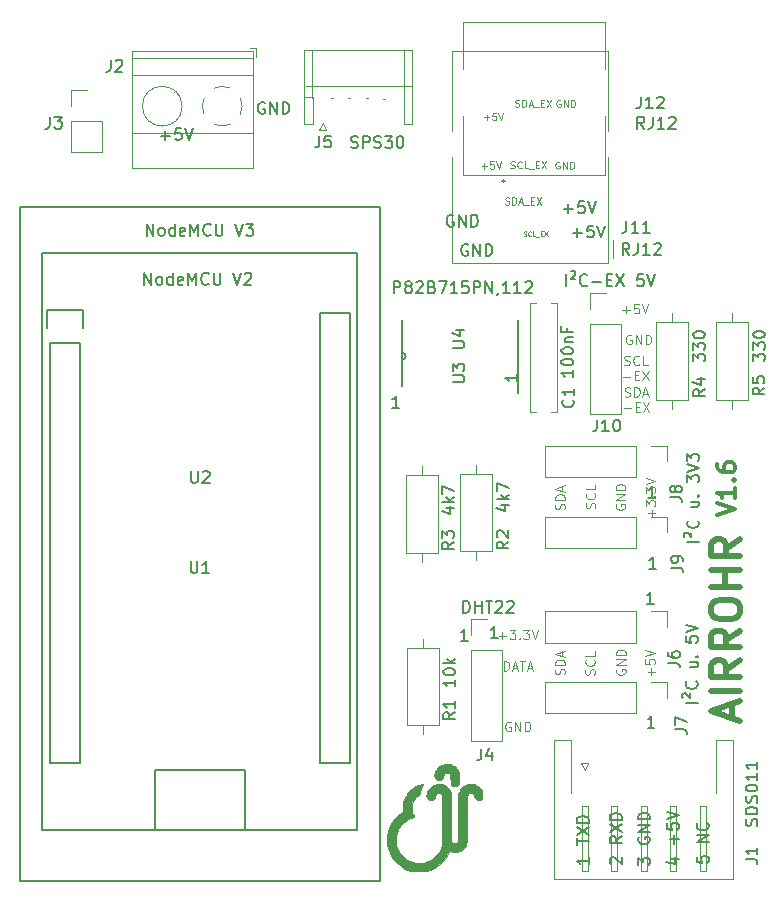
<source format=gbr>
G04 #@! TF.GenerationSoftware,KiCad,Pcbnew,5.1.5+dfsg1-2build2*
G04 #@! TF.CreationDate,2021-08-05T17:19:56+02:00*
G04 #@! TF.ProjectId,Airrohr_pcb,41697272-6f68-4725-9f70-63622e6b6963,rev?*
G04 #@! TF.SameCoordinates,Original*
G04 #@! TF.FileFunction,Legend,Top*
G04 #@! TF.FilePolarity,Positive*
%FSLAX46Y46*%
G04 Gerber Fmt 4.6, Leading zero omitted, Abs format (unit mm)*
G04 Created by KiCad (PCBNEW 5.1.5+dfsg1-2build2) date 2021-08-05 17:19:56*
%MOMM*%
%LPD*%
G04 APERTURE LIST*
%ADD10C,0.100000*%
%ADD11C,0.150000*%
%ADD12C,0.080000*%
%ADD13C,0.300000*%
%ADD14C,0.500000*%
%ADD15C,0.200000*%
%ADD16C,0.120000*%
%ADD17C,0.010000*%
%ADD18C,0.152400*%
G04 APERTURE END LIST*
D10*
X185411260Y-70867224D02*
X185411260Y-70067224D01*
X185601736Y-70067224D01*
X185716021Y-70105320D01*
X185792212Y-70181510D01*
X185830307Y-70257700D01*
X185868402Y-70410081D01*
X185868402Y-70524367D01*
X185830307Y-70676748D01*
X185792212Y-70752939D01*
X185716021Y-70829129D01*
X185601736Y-70867224D01*
X185411260Y-70867224D01*
X186173164Y-70638653D02*
X186554117Y-70638653D01*
X186096974Y-70867224D02*
X186363640Y-70067224D01*
X186630307Y-70867224D01*
X186782688Y-70067224D02*
X187239831Y-70067224D01*
X187011260Y-70867224D02*
X187011260Y-70067224D01*
X187468402Y-70638653D02*
X187849355Y-70638653D01*
X187392212Y-70867224D02*
X187658879Y-70067224D01*
X187925545Y-70867224D01*
X186001736Y-75243740D02*
X185925545Y-75205644D01*
X185811260Y-75205644D01*
X185696974Y-75243740D01*
X185620783Y-75319930D01*
X185582688Y-75396120D01*
X185544593Y-75548501D01*
X185544593Y-75662787D01*
X185582688Y-75815168D01*
X185620783Y-75891359D01*
X185696974Y-75967549D01*
X185811260Y-76005644D01*
X185887450Y-76005644D01*
X186001736Y-75967549D01*
X186039831Y-75929454D01*
X186039831Y-75662787D01*
X185887450Y-75662787D01*
X186382688Y-76005644D02*
X186382688Y-75205644D01*
X186839831Y-76005644D01*
X186839831Y-75205644D01*
X187220783Y-76005644D02*
X187220783Y-75205644D01*
X187411260Y-75205644D01*
X187525545Y-75243740D01*
X187601736Y-75319930D01*
X187639831Y-75396120D01*
X187677926Y-75548501D01*
X187677926Y-75662787D01*
X187639831Y-75815168D01*
X187601736Y-75891359D01*
X187525545Y-75967549D01*
X187411260Y-76005644D01*
X187220783Y-76005644D01*
X185011260Y-67915782D02*
X185620783Y-67915782D01*
X185316021Y-68220544D02*
X185316021Y-67611020D01*
X185925545Y-67420544D02*
X186420783Y-67420544D01*
X186154117Y-67725306D01*
X186268402Y-67725306D01*
X186344593Y-67763401D01*
X186382688Y-67801497D01*
X186420783Y-67877687D01*
X186420783Y-68068163D01*
X186382688Y-68144354D01*
X186344593Y-68182449D01*
X186268402Y-68220544D01*
X186039831Y-68220544D01*
X185963640Y-68182449D01*
X185925545Y-68144354D01*
X186763640Y-68144354D02*
X186801736Y-68182449D01*
X186763640Y-68220544D01*
X186725545Y-68182449D01*
X186763640Y-68144354D01*
X186763640Y-68220544D01*
X187068402Y-67420544D02*
X187563640Y-67420544D01*
X187296974Y-67725306D01*
X187411260Y-67725306D01*
X187487450Y-67763401D01*
X187525545Y-67801497D01*
X187563640Y-67877687D01*
X187563640Y-68068163D01*
X187525545Y-68144354D01*
X187487450Y-68182449D01*
X187411260Y-68220544D01*
X187182688Y-68220544D01*
X187106498Y-68182449D01*
X187068402Y-68144354D01*
X187792212Y-67420544D02*
X188058879Y-68220544D01*
X188325545Y-67420544D01*
D11*
X198179654Y-75694800D02*
X197608225Y-75694800D01*
X197893940Y-75694800D02*
X197893940Y-74694800D01*
X197798701Y-74837658D01*
X197703463Y-74932896D01*
X197608225Y-74980515D01*
D10*
X197918062Y-71282431D02*
X197918062Y-70672907D01*
X198222824Y-70977669D02*
X197613300Y-70977669D01*
X197422824Y-69911002D02*
X197422824Y-70291955D01*
X197803777Y-70330050D01*
X197765681Y-70291955D01*
X197727586Y-70215764D01*
X197727586Y-70025288D01*
X197765681Y-69949098D01*
X197803777Y-69911002D01*
X197879967Y-69872907D01*
X198070443Y-69872907D01*
X198146634Y-69911002D01*
X198184729Y-69949098D01*
X198222824Y-70025288D01*
X198222824Y-70215764D01*
X198184729Y-70291955D01*
X198146634Y-70330050D01*
X197422824Y-69644336D02*
X198222824Y-69377669D01*
X197422824Y-69111002D01*
X194986960Y-70764323D02*
X194948864Y-70840514D01*
X194948864Y-70954800D01*
X194986960Y-71069085D01*
X195063150Y-71145276D01*
X195139340Y-71183371D01*
X195291721Y-71221466D01*
X195406007Y-71221466D01*
X195558388Y-71183371D01*
X195634579Y-71145276D01*
X195710769Y-71069085D01*
X195748864Y-70954800D01*
X195748864Y-70878609D01*
X195710769Y-70764323D01*
X195672674Y-70726228D01*
X195406007Y-70726228D01*
X195406007Y-70878609D01*
X195748864Y-70383371D02*
X194948864Y-70383371D01*
X195748864Y-69926228D01*
X194948864Y-69926228D01*
X195748864Y-69545276D02*
X194948864Y-69545276D01*
X194948864Y-69354800D01*
X194986960Y-69240514D01*
X195063150Y-69164323D01*
X195139340Y-69126228D01*
X195291721Y-69088133D01*
X195406007Y-69088133D01*
X195558388Y-69126228D01*
X195634579Y-69164323D01*
X195710769Y-69240514D01*
X195748864Y-69354800D01*
X195748864Y-69545276D01*
X193104729Y-71206240D02*
X193142824Y-71091955D01*
X193142824Y-70901479D01*
X193104729Y-70825288D01*
X193066634Y-70787193D01*
X192990443Y-70749098D01*
X192914253Y-70749098D01*
X192838062Y-70787193D01*
X192799967Y-70825288D01*
X192761872Y-70901479D01*
X192723777Y-71053860D01*
X192685681Y-71130050D01*
X192647586Y-71168145D01*
X192571396Y-71206240D01*
X192495205Y-71206240D01*
X192419015Y-71168145D01*
X192380920Y-71130050D01*
X192342824Y-71053860D01*
X192342824Y-70863383D01*
X192380920Y-70749098D01*
X193066634Y-69949098D02*
X193104729Y-69987193D01*
X193142824Y-70101479D01*
X193142824Y-70177669D01*
X193104729Y-70291955D01*
X193028539Y-70368145D01*
X192952348Y-70406240D01*
X192799967Y-70444336D01*
X192685681Y-70444336D01*
X192533300Y-70406240D01*
X192457110Y-70368145D01*
X192380920Y-70291955D01*
X192342824Y-70177669D01*
X192342824Y-70101479D01*
X192380920Y-69987193D01*
X192419015Y-69949098D01*
X193142824Y-69225288D02*
X193142824Y-69606240D01*
X192342824Y-69606240D01*
X190564729Y-71192268D02*
X190602824Y-71077982D01*
X190602824Y-70887506D01*
X190564729Y-70811316D01*
X190526634Y-70773220D01*
X190450443Y-70735125D01*
X190374253Y-70735125D01*
X190298062Y-70773220D01*
X190259967Y-70811316D01*
X190221872Y-70887506D01*
X190183777Y-71039887D01*
X190145681Y-71116078D01*
X190107586Y-71154173D01*
X190031396Y-71192268D01*
X189955205Y-71192268D01*
X189879015Y-71154173D01*
X189840920Y-71116078D01*
X189802824Y-71039887D01*
X189802824Y-70849411D01*
X189840920Y-70735125D01*
X190602824Y-70392268D02*
X189802824Y-70392268D01*
X189802824Y-70201792D01*
X189840920Y-70087506D01*
X189917110Y-70011316D01*
X189993300Y-69973220D01*
X190145681Y-69935125D01*
X190259967Y-69935125D01*
X190412348Y-69973220D01*
X190488539Y-70011316D01*
X190564729Y-70087506D01*
X190602824Y-70201792D01*
X190602824Y-70392268D01*
X190374253Y-69630363D02*
X190374253Y-69249411D01*
X190602824Y-69706554D02*
X189802824Y-69439887D01*
X190602824Y-69173220D01*
X190564729Y-57219728D02*
X190602824Y-57105442D01*
X190602824Y-56914966D01*
X190564729Y-56838776D01*
X190526634Y-56800680D01*
X190450443Y-56762585D01*
X190374253Y-56762585D01*
X190298062Y-56800680D01*
X190259967Y-56838776D01*
X190221872Y-56914966D01*
X190183777Y-57067347D01*
X190145681Y-57143538D01*
X190107586Y-57181633D01*
X190031396Y-57219728D01*
X189955205Y-57219728D01*
X189879015Y-57181633D01*
X189840920Y-57143538D01*
X189802824Y-57067347D01*
X189802824Y-56876871D01*
X189840920Y-56762585D01*
X190602824Y-56419728D02*
X189802824Y-56419728D01*
X189802824Y-56229252D01*
X189840920Y-56114966D01*
X189917110Y-56038776D01*
X189993300Y-56000680D01*
X190145681Y-55962585D01*
X190259967Y-55962585D01*
X190412348Y-56000680D01*
X190488539Y-56038776D01*
X190564729Y-56114966D01*
X190602824Y-56229252D01*
X190602824Y-56419728D01*
X190374253Y-55657823D02*
X190374253Y-55276871D01*
X190602824Y-55734014D02*
X189802824Y-55467347D01*
X190602824Y-55200680D01*
X193137749Y-57129560D02*
X193175844Y-57015275D01*
X193175844Y-56824799D01*
X193137749Y-56748608D01*
X193099654Y-56710513D01*
X193023463Y-56672418D01*
X192947273Y-56672418D01*
X192871082Y-56710513D01*
X192832987Y-56748608D01*
X192794892Y-56824799D01*
X192756797Y-56977180D01*
X192718701Y-57053370D01*
X192680606Y-57091465D01*
X192604416Y-57129560D01*
X192528225Y-57129560D01*
X192452035Y-57091465D01*
X192413940Y-57053370D01*
X192375844Y-56977180D01*
X192375844Y-56786703D01*
X192413940Y-56672418D01*
X193099654Y-55872418D02*
X193137749Y-55910513D01*
X193175844Y-56024799D01*
X193175844Y-56100989D01*
X193137749Y-56215275D01*
X193061559Y-56291465D01*
X192985368Y-56329560D01*
X192832987Y-56367656D01*
X192718701Y-56367656D01*
X192566320Y-56329560D01*
X192490130Y-56291465D01*
X192413940Y-56215275D01*
X192375844Y-56100989D01*
X192375844Y-56024799D01*
X192413940Y-55910513D01*
X192452035Y-55872418D01*
X193175844Y-55148608D02*
X193175844Y-55529560D01*
X192375844Y-55529560D01*
X194953940Y-56786703D02*
X194915844Y-56862894D01*
X194915844Y-56977180D01*
X194953940Y-57091465D01*
X195030130Y-57167656D01*
X195106320Y-57205751D01*
X195258701Y-57243846D01*
X195372987Y-57243846D01*
X195525368Y-57205751D01*
X195601559Y-57167656D01*
X195677749Y-57091465D01*
X195715844Y-56977180D01*
X195715844Y-56900989D01*
X195677749Y-56786703D01*
X195639654Y-56748608D01*
X195372987Y-56748608D01*
X195372987Y-56900989D01*
X195715844Y-56405751D02*
X194915844Y-56405751D01*
X195715844Y-55948608D01*
X194915844Y-55948608D01*
X195715844Y-55567656D02*
X194915844Y-55567656D01*
X194915844Y-55377180D01*
X194953940Y-55262894D01*
X195030130Y-55186703D01*
X195106320Y-55148608D01*
X195258701Y-55110513D01*
X195372987Y-55110513D01*
X195525368Y-55148608D01*
X195601559Y-55186703D01*
X195677749Y-55262894D01*
X195715844Y-55377180D01*
X195715844Y-55567656D01*
X197951082Y-57876240D02*
X197951082Y-57266716D01*
X198255844Y-57571478D02*
X197646320Y-57571478D01*
X197455844Y-56961954D02*
X197455844Y-56466716D01*
X197760606Y-56733382D01*
X197760606Y-56619097D01*
X197798701Y-56542906D01*
X197836797Y-56504811D01*
X197912987Y-56466716D01*
X198103463Y-56466716D01*
X198179654Y-56504811D01*
X198217749Y-56542906D01*
X198255844Y-56619097D01*
X198255844Y-56847668D01*
X198217749Y-56923859D01*
X198179654Y-56961954D01*
X198179654Y-56123859D02*
X198217749Y-56085763D01*
X198255844Y-56123859D01*
X198217749Y-56161954D01*
X198179654Y-56123859D01*
X198255844Y-56123859D01*
X197455844Y-55819097D02*
X197455844Y-55323859D01*
X197760606Y-55590525D01*
X197760606Y-55476240D01*
X197798701Y-55400049D01*
X197836797Y-55361954D01*
X197912987Y-55323859D01*
X198103463Y-55323859D01*
X198179654Y-55361954D01*
X198217749Y-55400049D01*
X198255844Y-55476240D01*
X198255844Y-55704811D01*
X198217749Y-55781001D01*
X198179654Y-55819097D01*
X197455844Y-55095287D02*
X198255844Y-54828620D01*
X197455844Y-54561954D01*
X195667751Y-47634089D02*
X195782037Y-47672184D01*
X195972513Y-47672184D01*
X196048703Y-47634089D01*
X196086799Y-47595994D01*
X196124894Y-47519803D01*
X196124894Y-47443613D01*
X196086799Y-47367422D01*
X196048703Y-47329327D01*
X195972513Y-47291232D01*
X195820132Y-47253137D01*
X195743941Y-47215041D01*
X195705846Y-47176946D01*
X195667751Y-47100756D01*
X195667751Y-47024565D01*
X195705846Y-46948375D01*
X195743941Y-46910280D01*
X195820132Y-46872184D01*
X196010608Y-46872184D01*
X196124894Y-46910280D01*
X196467751Y-47672184D02*
X196467751Y-46872184D01*
X196658227Y-46872184D01*
X196772513Y-46910280D01*
X196848703Y-46986470D01*
X196886799Y-47062660D01*
X196924894Y-47215041D01*
X196924894Y-47329327D01*
X196886799Y-47481708D01*
X196848703Y-47557899D01*
X196772513Y-47634089D01*
X196658227Y-47672184D01*
X196467751Y-47672184D01*
X197229656Y-47443613D02*
X197610608Y-47443613D01*
X197153465Y-47672184D02*
X197420132Y-46872184D01*
X197686799Y-47672184D01*
X195591560Y-48667422D02*
X196201084Y-48667422D01*
X196582037Y-48553137D02*
X196848703Y-48553137D01*
X196962989Y-48972184D02*
X196582037Y-48972184D01*
X196582037Y-48172184D01*
X196962989Y-48172184D01*
X197229656Y-48172184D02*
X197762989Y-48972184D01*
X197762989Y-48172184D02*
X197229656Y-48972184D01*
X195620759Y-44964549D02*
X195735044Y-45002644D01*
X195925520Y-45002644D01*
X196001711Y-44964549D01*
X196039806Y-44926454D01*
X196077901Y-44850263D01*
X196077901Y-44774073D01*
X196039806Y-44697882D01*
X196001711Y-44659787D01*
X195925520Y-44621692D01*
X195773140Y-44583597D01*
X195696949Y-44545501D01*
X195658854Y-44507406D01*
X195620759Y-44431216D01*
X195620759Y-44355025D01*
X195658854Y-44278835D01*
X195696949Y-44240740D01*
X195773140Y-44202644D01*
X195963616Y-44202644D01*
X196077901Y-44240740D01*
X196877901Y-44926454D02*
X196839806Y-44964549D01*
X196725520Y-45002644D01*
X196649330Y-45002644D01*
X196535044Y-44964549D01*
X196458854Y-44888359D01*
X196420759Y-44812168D01*
X196382663Y-44659787D01*
X196382663Y-44545501D01*
X196420759Y-44393120D01*
X196458854Y-44316930D01*
X196535044Y-44240740D01*
X196649330Y-44202644D01*
X196725520Y-44202644D01*
X196839806Y-44240740D01*
X196877901Y-44278835D01*
X197601711Y-45002644D02*
X197220759Y-45002644D01*
X197220759Y-44202644D01*
X195525520Y-45997882D02*
X196135044Y-45997882D01*
X196515997Y-45883597D02*
X196782663Y-45883597D01*
X196896949Y-46302644D02*
X196515997Y-46302644D01*
X196515997Y-45502644D01*
X196896949Y-45502644D01*
X197163616Y-45502644D02*
X197696949Y-46302644D01*
X197696949Y-45502644D02*
X197163616Y-46302644D01*
X196227776Y-42480280D02*
X196151585Y-42442184D01*
X196037300Y-42442184D01*
X195923014Y-42480280D01*
X195846823Y-42556470D01*
X195808728Y-42632660D01*
X195770633Y-42785041D01*
X195770633Y-42899327D01*
X195808728Y-43051708D01*
X195846823Y-43127899D01*
X195923014Y-43204089D01*
X196037300Y-43242184D01*
X196113490Y-43242184D01*
X196227776Y-43204089D01*
X196265871Y-43165994D01*
X196265871Y-42899327D01*
X196113490Y-42899327D01*
X196608728Y-43242184D02*
X196608728Y-42442184D01*
X197065871Y-43242184D01*
X197065871Y-42442184D01*
X197446823Y-43242184D02*
X197446823Y-42442184D01*
X197637300Y-42442184D01*
X197751585Y-42480280D01*
X197827776Y-42556470D01*
X197865871Y-42632660D01*
X197903966Y-42785041D01*
X197903966Y-42899327D01*
X197865871Y-43051708D01*
X197827776Y-43127899D01*
X197751585Y-43204089D01*
X197637300Y-43242184D01*
X197446823Y-43242184D01*
X195478528Y-40333922D02*
X196088052Y-40333922D01*
X195783290Y-40638684D02*
X195783290Y-40029160D01*
X196849957Y-39838684D02*
X196469004Y-39838684D01*
X196430909Y-40219637D01*
X196469004Y-40181541D01*
X196545195Y-40143446D01*
X196735671Y-40143446D01*
X196811861Y-40181541D01*
X196849957Y-40219637D01*
X196888052Y-40295827D01*
X196888052Y-40486303D01*
X196849957Y-40562494D01*
X196811861Y-40600589D01*
X196735671Y-40638684D01*
X196545195Y-40638684D01*
X196469004Y-40600589D01*
X196430909Y-40562494D01*
X197116623Y-39838684D02*
X197383290Y-40638684D01*
X197649957Y-39838684D01*
X185997720Y-28320017D02*
X186083434Y-28348588D01*
X186226291Y-28348588D01*
X186283434Y-28320017D01*
X186312005Y-28291445D01*
X186340577Y-28234302D01*
X186340577Y-28177160D01*
X186312005Y-28120017D01*
X186283434Y-28091445D01*
X186226291Y-28062874D01*
X186112005Y-28034302D01*
X186054862Y-28005731D01*
X186026291Y-27977160D01*
X185997720Y-27920017D01*
X185997720Y-27862874D01*
X186026291Y-27805731D01*
X186054862Y-27777160D01*
X186112005Y-27748588D01*
X186254862Y-27748588D01*
X186340577Y-27777160D01*
X186940577Y-28291445D02*
X186912005Y-28320017D01*
X186826291Y-28348588D01*
X186769148Y-28348588D01*
X186683434Y-28320017D01*
X186626291Y-28262874D01*
X186597720Y-28205731D01*
X186569148Y-28091445D01*
X186569148Y-28005731D01*
X186597720Y-27891445D01*
X186626291Y-27834302D01*
X186683434Y-27777160D01*
X186769148Y-27748588D01*
X186826291Y-27748588D01*
X186912005Y-27777160D01*
X186940577Y-27805731D01*
X187483434Y-28348588D02*
X187197720Y-28348588D01*
X187197720Y-27748588D01*
X187540577Y-28405731D02*
X187997720Y-28405731D01*
X188140577Y-28034302D02*
X188340577Y-28034302D01*
X188426291Y-28348588D02*
X188140577Y-28348588D01*
X188140577Y-27748588D01*
X188426291Y-27748588D01*
X188626291Y-27748588D02*
X189026291Y-28348588D01*
X189026291Y-27748588D02*
X188626291Y-28348588D01*
X186410154Y-23102857D02*
X186495868Y-23131428D01*
X186638725Y-23131428D01*
X186695868Y-23102857D01*
X186724440Y-23074285D01*
X186753011Y-23017142D01*
X186753011Y-22960000D01*
X186724440Y-22902857D01*
X186695868Y-22874285D01*
X186638725Y-22845714D01*
X186524440Y-22817142D01*
X186467297Y-22788571D01*
X186438725Y-22760000D01*
X186410154Y-22702857D01*
X186410154Y-22645714D01*
X186438725Y-22588571D01*
X186467297Y-22560000D01*
X186524440Y-22531428D01*
X186667297Y-22531428D01*
X186753011Y-22560000D01*
X187010154Y-23131428D02*
X187010154Y-22531428D01*
X187153011Y-22531428D01*
X187238725Y-22560000D01*
X187295868Y-22617142D01*
X187324440Y-22674285D01*
X187353011Y-22788571D01*
X187353011Y-22874285D01*
X187324440Y-22988571D01*
X187295868Y-23045714D01*
X187238725Y-23102857D01*
X187153011Y-23131428D01*
X187010154Y-23131428D01*
X187581582Y-22960000D02*
X187867297Y-22960000D01*
X187524440Y-23131428D02*
X187724440Y-22531428D01*
X187924440Y-23131428D01*
X187981582Y-23188571D02*
X188438725Y-23188571D01*
X188581582Y-22817142D02*
X188781582Y-22817142D01*
X188867297Y-23131428D02*
X188581582Y-23131428D01*
X188581582Y-22531428D01*
X188867297Y-22531428D01*
X189067297Y-22531428D02*
X189467297Y-23131428D01*
X189467297Y-22531428D02*
X189067297Y-23131428D01*
X183561451Y-28140337D02*
X184018594Y-28140337D01*
X183790022Y-28368908D02*
X183790022Y-27911765D01*
X184590022Y-27768908D02*
X184304308Y-27768908D01*
X184275737Y-28054622D01*
X184304308Y-28026051D01*
X184361451Y-27997480D01*
X184504308Y-27997480D01*
X184561451Y-28026051D01*
X184590022Y-28054622D01*
X184618594Y-28111765D01*
X184618594Y-28254622D01*
X184590022Y-28311765D01*
X184561451Y-28340337D01*
X184504308Y-28368908D01*
X184361451Y-28368908D01*
X184304308Y-28340337D01*
X184275737Y-28311765D01*
X184790022Y-27768908D02*
X184990022Y-28368908D01*
X185190022Y-27768908D01*
X183744331Y-24038237D02*
X184201474Y-24038237D01*
X183972902Y-24266808D02*
X183972902Y-23809665D01*
X184772902Y-23666808D02*
X184487188Y-23666808D01*
X184458617Y-23952522D01*
X184487188Y-23923951D01*
X184544331Y-23895380D01*
X184687188Y-23895380D01*
X184744331Y-23923951D01*
X184772902Y-23952522D01*
X184801474Y-24009665D01*
X184801474Y-24152522D01*
X184772902Y-24209665D01*
X184744331Y-24238237D01*
X184687188Y-24266808D01*
X184544331Y-24266808D01*
X184487188Y-24238237D01*
X184458617Y-24209665D01*
X184972902Y-23666808D02*
X185172902Y-24266808D01*
X185372902Y-23666808D01*
X190207957Y-22580320D02*
X190150814Y-22551748D01*
X190065100Y-22551748D01*
X189979385Y-22580320D01*
X189922242Y-22637462D01*
X189893671Y-22694605D01*
X189865100Y-22808891D01*
X189865100Y-22894605D01*
X189893671Y-23008891D01*
X189922242Y-23066034D01*
X189979385Y-23123177D01*
X190065100Y-23151748D01*
X190122242Y-23151748D01*
X190207957Y-23123177D01*
X190236528Y-23094605D01*
X190236528Y-22894605D01*
X190122242Y-22894605D01*
X190493671Y-23151748D02*
X190493671Y-22551748D01*
X190836528Y-23151748D01*
X190836528Y-22551748D01*
X191122242Y-23151748D02*
X191122242Y-22551748D01*
X191265100Y-22551748D01*
X191350814Y-22580320D01*
X191407957Y-22637462D01*
X191436528Y-22694605D01*
X191465100Y-22808891D01*
X191465100Y-22894605D01*
X191436528Y-23008891D01*
X191407957Y-23066034D01*
X191350814Y-23123177D01*
X191265100Y-23151748D01*
X191122242Y-23151748D01*
X190146997Y-27817800D02*
X190089854Y-27789228D01*
X190004140Y-27789228D01*
X189918425Y-27817800D01*
X189861282Y-27874942D01*
X189832711Y-27932085D01*
X189804140Y-28046371D01*
X189804140Y-28132085D01*
X189832711Y-28246371D01*
X189861282Y-28303514D01*
X189918425Y-28360657D01*
X190004140Y-28389228D01*
X190061282Y-28389228D01*
X190146997Y-28360657D01*
X190175568Y-28332085D01*
X190175568Y-28132085D01*
X190061282Y-28132085D01*
X190432711Y-28389228D02*
X190432711Y-27789228D01*
X190775568Y-28389228D01*
X190775568Y-27789228D01*
X191061282Y-28389228D02*
X191061282Y-27789228D01*
X191204140Y-27789228D01*
X191289854Y-27817800D01*
X191346997Y-27874942D01*
X191375568Y-27932085D01*
X191404140Y-28046371D01*
X191404140Y-28132085D01*
X191375568Y-28246371D01*
X191346997Y-28303514D01*
X191289854Y-28360657D01*
X191204140Y-28389228D01*
X191061282Y-28389228D01*
D12*
X187117480Y-34073444D02*
X187174622Y-34092492D01*
X187269860Y-34092492D01*
X187307956Y-34073444D01*
X187327003Y-34054397D01*
X187346051Y-34016301D01*
X187346051Y-33978206D01*
X187327003Y-33940111D01*
X187307956Y-33921063D01*
X187269860Y-33902016D01*
X187193670Y-33882968D01*
X187155575Y-33863920D01*
X187136527Y-33844873D01*
X187117480Y-33806778D01*
X187117480Y-33768682D01*
X187136527Y-33730587D01*
X187155575Y-33711540D01*
X187193670Y-33692492D01*
X187288908Y-33692492D01*
X187346051Y-33711540D01*
X187746051Y-34054397D02*
X187727003Y-34073444D01*
X187669860Y-34092492D01*
X187631765Y-34092492D01*
X187574622Y-34073444D01*
X187536527Y-34035349D01*
X187517480Y-33997254D01*
X187498432Y-33921063D01*
X187498432Y-33863920D01*
X187517480Y-33787730D01*
X187536527Y-33749635D01*
X187574622Y-33711540D01*
X187631765Y-33692492D01*
X187669860Y-33692492D01*
X187727003Y-33711540D01*
X187746051Y-33730587D01*
X188107956Y-34092492D02*
X187917480Y-34092492D01*
X187917480Y-33692492D01*
X188146051Y-34130587D02*
X188450813Y-34130587D01*
X188546051Y-33882968D02*
X188679384Y-33882968D01*
X188736527Y-34092492D02*
X188546051Y-34092492D01*
X188546051Y-33692492D01*
X188736527Y-33692492D01*
X188869860Y-33692492D02*
X189136527Y-34092492D01*
X189136527Y-33692492D02*
X188869860Y-34092492D01*
D10*
X185549094Y-31383257D02*
X185634808Y-31411828D01*
X185777665Y-31411828D01*
X185834808Y-31383257D01*
X185863380Y-31354685D01*
X185891951Y-31297542D01*
X185891951Y-31240400D01*
X185863380Y-31183257D01*
X185834808Y-31154685D01*
X185777665Y-31126114D01*
X185663380Y-31097542D01*
X185606237Y-31068971D01*
X185577665Y-31040400D01*
X185549094Y-30983257D01*
X185549094Y-30926114D01*
X185577665Y-30868971D01*
X185606237Y-30840400D01*
X185663380Y-30811828D01*
X185806237Y-30811828D01*
X185891951Y-30840400D01*
X186149094Y-31411828D02*
X186149094Y-30811828D01*
X186291951Y-30811828D01*
X186377665Y-30840400D01*
X186434808Y-30897542D01*
X186463380Y-30954685D01*
X186491951Y-31068971D01*
X186491951Y-31154685D01*
X186463380Y-31268971D01*
X186434808Y-31326114D01*
X186377665Y-31383257D01*
X186291951Y-31411828D01*
X186149094Y-31411828D01*
X186720522Y-31240400D02*
X187006237Y-31240400D01*
X186663380Y-31411828D02*
X186863380Y-30811828D01*
X187063380Y-31411828D01*
X187120522Y-31468971D02*
X187577665Y-31468971D01*
X187720522Y-31097542D02*
X187920522Y-31097542D01*
X188006237Y-31411828D02*
X187720522Y-31411828D01*
X187720522Y-30811828D01*
X188006237Y-30811828D01*
X188206237Y-30811828D02*
X188606237Y-31411828D01*
X188606237Y-30811828D02*
X188206237Y-31411828D01*
D11*
X191284385Y-33817868D02*
X192046290Y-33817868D01*
X191665338Y-34198820D02*
X191665338Y-33436916D01*
X192998671Y-33198820D02*
X192522480Y-33198820D01*
X192474861Y-33675011D01*
X192522480Y-33627392D01*
X192617719Y-33579773D01*
X192855814Y-33579773D01*
X192951052Y-33627392D01*
X192998671Y-33675011D01*
X193046290Y-33770249D01*
X193046290Y-34008344D01*
X192998671Y-34103582D01*
X192951052Y-34151201D01*
X192855814Y-34198820D01*
X192617719Y-34198820D01*
X192522480Y-34151201D01*
X192474861Y-34103582D01*
X193332004Y-33198820D02*
X193665338Y-34198820D01*
X193998671Y-33198820D01*
X190527465Y-31770628D02*
X191289370Y-31770628D01*
X190908418Y-32151580D02*
X190908418Y-31389676D01*
X192241751Y-31151580D02*
X191765560Y-31151580D01*
X191717941Y-31627771D01*
X191765560Y-31580152D01*
X191860799Y-31532533D01*
X192098894Y-31532533D01*
X192194132Y-31580152D01*
X192241751Y-31627771D01*
X192289370Y-31723009D01*
X192289370Y-31961104D01*
X192241751Y-32056342D01*
X192194132Y-32103961D01*
X192098894Y-32151580D01*
X191860799Y-32151580D01*
X191765560Y-32103961D01*
X191717941Y-32056342D01*
X192575084Y-31151580D02*
X192908418Y-32151580D01*
X193241751Y-31151580D01*
X182374635Y-34803460D02*
X182279397Y-34755840D01*
X182136540Y-34755840D01*
X181993682Y-34803460D01*
X181898444Y-34898698D01*
X181850825Y-34993936D01*
X181803206Y-35184412D01*
X181803206Y-35327269D01*
X181850825Y-35517745D01*
X181898444Y-35612983D01*
X181993682Y-35708221D01*
X182136540Y-35755840D01*
X182231778Y-35755840D01*
X182374635Y-35708221D01*
X182422254Y-35660602D01*
X182422254Y-35327269D01*
X182231778Y-35327269D01*
X182850825Y-35755840D02*
X182850825Y-34755840D01*
X183422254Y-35755840D01*
X183422254Y-34755840D01*
X183898444Y-35755840D02*
X183898444Y-34755840D01*
X184136540Y-34755840D01*
X184279397Y-34803460D01*
X184374635Y-34898698D01*
X184422254Y-34993936D01*
X184469873Y-35184412D01*
X184469873Y-35327269D01*
X184422254Y-35517745D01*
X184374635Y-35612983D01*
X184279397Y-35708221D01*
X184136540Y-35755840D01*
X183898444Y-35755840D01*
X181155435Y-32329500D02*
X181060197Y-32281880D01*
X180917340Y-32281880D01*
X180774482Y-32329500D01*
X180679244Y-32424738D01*
X180631625Y-32519976D01*
X180584006Y-32710452D01*
X180584006Y-32853309D01*
X180631625Y-33043785D01*
X180679244Y-33139023D01*
X180774482Y-33234261D01*
X180917340Y-33281880D01*
X181012578Y-33281880D01*
X181155435Y-33234261D01*
X181203054Y-33186642D01*
X181203054Y-32853309D01*
X181012578Y-32853309D01*
X181631625Y-33281880D02*
X181631625Y-32281880D01*
X182203054Y-33281880D01*
X182203054Y-32281880D01*
X182679244Y-33281880D02*
X182679244Y-32281880D01*
X182917340Y-32281880D01*
X183060197Y-32329500D01*
X183155435Y-32424738D01*
X183203054Y-32519976D01*
X183250673Y-32710452D01*
X183250673Y-32853309D01*
X183203054Y-33043785D01*
X183155435Y-33139023D01*
X183060197Y-33234261D01*
X182917340Y-33281880D01*
X182679244Y-33281880D01*
X196064950Y-35679640D02*
X195731617Y-35203450D01*
X195493521Y-35679640D02*
X195493521Y-34679640D01*
X195874474Y-34679640D01*
X195969712Y-34727260D01*
X196017331Y-34774879D01*
X196064950Y-34870117D01*
X196064950Y-35012974D01*
X196017331Y-35108212D01*
X195969712Y-35155831D01*
X195874474Y-35203450D01*
X195493521Y-35203450D01*
X196779236Y-34679640D02*
X196779236Y-35393926D01*
X196731617Y-35536783D01*
X196636379Y-35632021D01*
X196493521Y-35679640D01*
X196398283Y-35679640D01*
X197779236Y-35679640D02*
X197207807Y-35679640D01*
X197493521Y-35679640D02*
X197493521Y-34679640D01*
X197398283Y-34822498D01*
X197303045Y-34917736D01*
X197207807Y-34965355D01*
X198160188Y-34774879D02*
X198207807Y-34727260D01*
X198303045Y-34679640D01*
X198541140Y-34679640D01*
X198636379Y-34727260D01*
X198683998Y-34774879D01*
X198731617Y-34870117D01*
X198731617Y-34965355D01*
X198683998Y-35108212D01*
X198112569Y-35679640D01*
X198731617Y-35679640D01*
X182378314Y-68344040D02*
X181806885Y-68344040D01*
X182092600Y-68344040D02*
X182092600Y-67344040D01*
X181997361Y-67486898D01*
X181902123Y-67582136D01*
X181806885Y-67629755D01*
X201841360Y-73593555D02*
X200841360Y-73593555D01*
X200603265Y-73164983D02*
X200555646Y-73069745D01*
X200555646Y-72926888D01*
X200603265Y-72831650D01*
X200698503Y-72784031D01*
X200793741Y-72784031D01*
X200888980Y-72831650D01*
X201222313Y-73164983D01*
X201222313Y-72784031D01*
X201746122Y-71784031D02*
X201793741Y-71831650D01*
X201841360Y-71974507D01*
X201841360Y-72069745D01*
X201793741Y-72212602D01*
X201698503Y-72307840D01*
X201603265Y-72355460D01*
X201412789Y-72403079D01*
X201269932Y-72403079D01*
X201079456Y-72355460D01*
X200984218Y-72307840D01*
X200888980Y-72212602D01*
X200841360Y-72069745D01*
X200841360Y-71974507D01*
X200888980Y-71831650D01*
X200936599Y-71784031D01*
X201174694Y-70164983D02*
X201841360Y-70164983D01*
X201174694Y-70593555D02*
X201698503Y-70593555D01*
X201793741Y-70545936D01*
X201841360Y-70450698D01*
X201841360Y-70307840D01*
X201793741Y-70212602D01*
X201746122Y-70164983D01*
X201746122Y-69688793D02*
X201793741Y-69641174D01*
X201841360Y-69688793D01*
X201793741Y-69736412D01*
X201746122Y-69688793D01*
X201841360Y-69688793D01*
X200841360Y-67974507D02*
X200841360Y-68450698D01*
X201317551Y-68498317D01*
X201269932Y-68450698D01*
X201222313Y-68355460D01*
X201222313Y-68117364D01*
X201269932Y-68022126D01*
X201317551Y-67974507D01*
X201412789Y-67926888D01*
X201650884Y-67926888D01*
X201746122Y-67974507D01*
X201793741Y-68022126D01*
X201841360Y-68117364D01*
X201841360Y-68355460D01*
X201793741Y-68450698D01*
X201746122Y-68498317D01*
X200841360Y-67641174D02*
X201841360Y-67307840D01*
X200841360Y-66974507D01*
X198128854Y-65230000D02*
X197557425Y-65230000D01*
X197843140Y-65230000D02*
X197843140Y-64230000D01*
X197747901Y-64372858D01*
X197652663Y-64468096D01*
X197557425Y-64515715D01*
X198245694Y-56273960D02*
X197674265Y-56273960D01*
X197959980Y-56273960D02*
X197959980Y-55273960D01*
X197864741Y-55416818D01*
X197769503Y-55512056D01*
X197674265Y-55559675D01*
X176576954Y-48613320D02*
X176005525Y-48613320D01*
X176291240Y-48613320D02*
X176291240Y-47613320D01*
X176196001Y-47756178D01*
X176100763Y-47851416D01*
X176005525Y-47899035D01*
X201940420Y-59993065D02*
X200940420Y-59993065D01*
X200702325Y-59564494D02*
X200654706Y-59469256D01*
X200654706Y-59326399D01*
X200702325Y-59231160D01*
X200797563Y-59183541D01*
X200892801Y-59183541D01*
X200988040Y-59231160D01*
X201321373Y-59564494D01*
X201321373Y-59183541D01*
X201845182Y-58183541D02*
X201892801Y-58231160D01*
X201940420Y-58374018D01*
X201940420Y-58469256D01*
X201892801Y-58612113D01*
X201797563Y-58707351D01*
X201702325Y-58754970D01*
X201511849Y-58802589D01*
X201368992Y-58802589D01*
X201178516Y-58754970D01*
X201083278Y-58707351D01*
X200988040Y-58612113D01*
X200940420Y-58469256D01*
X200940420Y-58374018D01*
X200988040Y-58231160D01*
X201035659Y-58183541D01*
X201273754Y-56564494D02*
X201940420Y-56564494D01*
X201273754Y-56993065D02*
X201797563Y-56993065D01*
X201892801Y-56945446D01*
X201940420Y-56850208D01*
X201940420Y-56707351D01*
X201892801Y-56612113D01*
X201845182Y-56564494D01*
X201845182Y-56088303D02*
X201892801Y-56040684D01*
X201940420Y-56088303D01*
X201892801Y-56135922D01*
X201845182Y-56088303D01*
X201940420Y-56088303D01*
X200940420Y-54945446D02*
X200940420Y-54326399D01*
X201321373Y-54659732D01*
X201321373Y-54516875D01*
X201368992Y-54421637D01*
X201416611Y-54374018D01*
X201511849Y-54326399D01*
X201749944Y-54326399D01*
X201845182Y-54374018D01*
X201892801Y-54421637D01*
X201940420Y-54516875D01*
X201940420Y-54802589D01*
X201892801Y-54897827D01*
X201845182Y-54945446D01*
X200940420Y-54040684D02*
X201940420Y-53707351D01*
X200940420Y-53374018D01*
X200940420Y-53135922D02*
X200940420Y-52516875D01*
X201321373Y-52850208D01*
X201321373Y-52707351D01*
X201368992Y-52612113D01*
X201416611Y-52564494D01*
X201511849Y-52516875D01*
X201749944Y-52516875D01*
X201845182Y-52564494D01*
X201892801Y-52612113D01*
X201940420Y-52707351D01*
X201940420Y-52993065D01*
X201892801Y-53088303D01*
X201845182Y-53135922D01*
X199556714Y-86804285D02*
X200223380Y-86804285D01*
X199175761Y-87042380D02*
X199890047Y-87280476D01*
X199890047Y-86661428D01*
X199842428Y-85518571D02*
X199842428Y-84756666D01*
X200223380Y-85137619D02*
X199461476Y-85137619D01*
X199223380Y-83804285D02*
X199223380Y-84280476D01*
X199699571Y-84328095D01*
X199651952Y-84280476D01*
X199604333Y-84185238D01*
X199604333Y-83947142D01*
X199651952Y-83851904D01*
X199699571Y-83804285D01*
X199794809Y-83756666D01*
X200032904Y-83756666D01*
X200128142Y-83804285D01*
X200175761Y-83851904D01*
X200223380Y-83947142D01*
X200223380Y-84185238D01*
X200175761Y-84280476D01*
X200128142Y-84328095D01*
X199223380Y-83470952D02*
X200223380Y-83137619D01*
X199223380Y-82804285D01*
D13*
X203508871Y-57660254D02*
X205008871Y-57160254D01*
X203508871Y-56660254D01*
X205008871Y-55374540D02*
X205008871Y-56231682D01*
X205008871Y-55803111D02*
X203508871Y-55803111D01*
X203723157Y-55945968D01*
X203866014Y-56088825D01*
X203937442Y-56231682D01*
X204866014Y-54731682D02*
X204937442Y-54660254D01*
X205008871Y-54731682D01*
X204937442Y-54803111D01*
X204866014Y-54731682D01*
X205008871Y-54731682D01*
X203508871Y-53374540D02*
X203508871Y-53660254D01*
X203580300Y-53803111D01*
X203651728Y-53874540D01*
X203866014Y-54017397D01*
X204151728Y-54088825D01*
X204723157Y-54088825D01*
X204866014Y-54017397D01*
X204937442Y-53945968D01*
X205008871Y-53803111D01*
X205008871Y-53517397D01*
X204937442Y-53374540D01*
X204866014Y-53303111D01*
X204723157Y-53231682D01*
X204366014Y-53231682D01*
X204223157Y-53303111D01*
X204151728Y-53374540D01*
X204080300Y-53517397D01*
X204080300Y-53803111D01*
X204151728Y-53945968D01*
X204223157Y-54017397D01*
X204366014Y-54088825D01*
D11*
X184905614Y-68112900D02*
X184334185Y-68112900D01*
X184619900Y-68112900D02*
X184619900Y-67112900D01*
X184524661Y-67255758D01*
X184429423Y-67350996D01*
X184334185Y-67398615D01*
X198314514Y-62250580D02*
X197743085Y-62250580D01*
X198028800Y-62250580D02*
X198028800Y-61250580D01*
X197933561Y-61393438D01*
X197838323Y-61488676D01*
X197743085Y-61536295D01*
D14*
X204746966Y-74869523D02*
X204746966Y-73679047D01*
X205461252Y-75107619D02*
X202961252Y-74274285D01*
X205461252Y-73440952D01*
X205461252Y-72607619D02*
X202961252Y-72607619D01*
X205461252Y-69988571D02*
X204270776Y-70821904D01*
X205461252Y-71417142D02*
X202961252Y-71417142D01*
X202961252Y-70464761D01*
X203080300Y-70226666D01*
X203199347Y-70107619D01*
X203437442Y-69988571D01*
X203794585Y-69988571D01*
X204032680Y-70107619D01*
X204151728Y-70226666D01*
X204270776Y-70464761D01*
X204270776Y-71417142D01*
X205461252Y-67488571D02*
X204270776Y-68321904D01*
X205461252Y-68917142D02*
X202961252Y-68917142D01*
X202961252Y-67964761D01*
X203080300Y-67726666D01*
X203199347Y-67607619D01*
X203437442Y-67488571D01*
X203794585Y-67488571D01*
X204032680Y-67607619D01*
X204151728Y-67726666D01*
X204270776Y-67964761D01*
X204270776Y-68917142D01*
X202961252Y-65940952D02*
X202961252Y-65464761D01*
X203080300Y-65226666D01*
X203318395Y-64988571D01*
X203794585Y-64869523D01*
X204627919Y-64869523D01*
X205104109Y-64988571D01*
X205342204Y-65226666D01*
X205461252Y-65464761D01*
X205461252Y-65940952D01*
X205342204Y-66179047D01*
X205104109Y-66417142D01*
X204627919Y-66536190D01*
X203794585Y-66536190D01*
X203318395Y-66417142D01*
X203080300Y-66179047D01*
X202961252Y-65940952D01*
X205461252Y-63798095D02*
X202961252Y-63798095D01*
X204151728Y-63798095D02*
X204151728Y-62369523D01*
X205461252Y-62369523D02*
X202961252Y-62369523D01*
X205461252Y-59750476D02*
X204270776Y-60583809D01*
X205461252Y-61179047D02*
X202961252Y-61179047D01*
X202961252Y-60226666D01*
X203080300Y-59988571D01*
X203199347Y-59869523D01*
X203437442Y-59750476D01*
X203794585Y-59750476D01*
X204032680Y-59869523D01*
X204151728Y-59988571D01*
X204270776Y-60226666D01*
X204270776Y-61179047D01*
D11*
X190682074Y-38318700D02*
X190682074Y-37318700D01*
X191110645Y-37080605D02*
X191205883Y-37032986D01*
X191348740Y-37032986D01*
X191443979Y-37080605D01*
X191491598Y-37175843D01*
X191491598Y-37271081D01*
X191443979Y-37366320D01*
X191110645Y-37699653D01*
X191491598Y-37699653D01*
X192491598Y-38223462D02*
X192443979Y-38271081D01*
X192301121Y-38318700D01*
X192205883Y-38318700D01*
X192063026Y-38271081D01*
X191967788Y-38175843D01*
X191920169Y-38080605D01*
X191872550Y-37890129D01*
X191872550Y-37747272D01*
X191920169Y-37556796D01*
X191967788Y-37461558D01*
X192063026Y-37366320D01*
X192205883Y-37318700D01*
X192301121Y-37318700D01*
X192443979Y-37366320D01*
X192491598Y-37413939D01*
X192920169Y-37937748D02*
X193682074Y-37937748D01*
X194158264Y-37794891D02*
X194491598Y-37794891D01*
X194634455Y-38318700D02*
X194158264Y-38318700D01*
X194158264Y-37318700D01*
X194634455Y-37318700D01*
X194967788Y-37318700D02*
X195634455Y-38318700D01*
X195634455Y-37318700D02*
X194967788Y-38318700D01*
X197253502Y-37318700D02*
X196777312Y-37318700D01*
X196729693Y-37794891D01*
X196777312Y-37747272D01*
X196872550Y-37699653D01*
X197110645Y-37699653D01*
X197205883Y-37747272D01*
X197253502Y-37794891D01*
X197301121Y-37890129D01*
X197301121Y-38128224D01*
X197253502Y-38223462D01*
X197205883Y-38271081D01*
X197110645Y-38318700D01*
X196872550Y-38318700D01*
X196777312Y-38271081D01*
X196729693Y-38223462D01*
X197586836Y-37318700D02*
X197920169Y-38318700D01*
X198253502Y-37318700D01*
X172502154Y-26579461D02*
X172645011Y-26627080D01*
X172883106Y-26627080D01*
X172978344Y-26579461D01*
X173025963Y-26531842D01*
X173073582Y-26436604D01*
X173073582Y-26341366D01*
X173025963Y-26246128D01*
X172978344Y-26198509D01*
X172883106Y-26150890D01*
X172692630Y-26103271D01*
X172597392Y-26055652D01*
X172549773Y-26008033D01*
X172502154Y-25912795D01*
X172502154Y-25817557D01*
X172549773Y-25722319D01*
X172597392Y-25674700D01*
X172692630Y-25627080D01*
X172930725Y-25627080D01*
X173073582Y-25674700D01*
X173502154Y-26627080D02*
X173502154Y-25627080D01*
X173883106Y-25627080D01*
X173978344Y-25674700D01*
X174025963Y-25722319D01*
X174073582Y-25817557D01*
X174073582Y-25960414D01*
X174025963Y-26055652D01*
X173978344Y-26103271D01*
X173883106Y-26150890D01*
X173502154Y-26150890D01*
X174454535Y-26579461D02*
X174597392Y-26627080D01*
X174835487Y-26627080D01*
X174930725Y-26579461D01*
X174978344Y-26531842D01*
X175025963Y-26436604D01*
X175025963Y-26341366D01*
X174978344Y-26246128D01*
X174930725Y-26198509D01*
X174835487Y-26150890D01*
X174645011Y-26103271D01*
X174549773Y-26055652D01*
X174502154Y-26008033D01*
X174454535Y-25912795D01*
X174454535Y-25817557D01*
X174502154Y-25722319D01*
X174549773Y-25674700D01*
X174645011Y-25627080D01*
X174883106Y-25627080D01*
X175025963Y-25674700D01*
X175359297Y-25627080D02*
X175978344Y-25627080D01*
X175645011Y-26008033D01*
X175787868Y-26008033D01*
X175883106Y-26055652D01*
X175930725Y-26103271D01*
X175978344Y-26198509D01*
X175978344Y-26436604D01*
X175930725Y-26531842D01*
X175883106Y-26579461D01*
X175787868Y-26627080D01*
X175502154Y-26627080D01*
X175406916Y-26579461D01*
X175359297Y-26531842D01*
X176597392Y-25627080D02*
X176692630Y-25627080D01*
X176787868Y-25674700D01*
X176835487Y-25722319D01*
X176883106Y-25817557D01*
X176930725Y-26008033D01*
X176930725Y-26246128D01*
X176883106Y-26436604D01*
X176835487Y-26531842D01*
X176787868Y-26579461D01*
X176692630Y-26627080D01*
X176597392Y-26627080D01*
X176502154Y-26579461D01*
X176454535Y-26531842D01*
X176406916Y-26436604D01*
X176359297Y-26246128D01*
X176359297Y-26008033D01*
X176406916Y-25817557D01*
X176454535Y-25722319D01*
X176502154Y-25674700D01*
X176597392Y-25627080D01*
X181985232Y-65969140D02*
X181985232Y-64969140D01*
X182223327Y-64969140D01*
X182366184Y-65016760D01*
X182461422Y-65111998D01*
X182509041Y-65207236D01*
X182556660Y-65397712D01*
X182556660Y-65540569D01*
X182509041Y-65731045D01*
X182461422Y-65826283D01*
X182366184Y-65921521D01*
X182223327Y-65969140D01*
X181985232Y-65969140D01*
X182985232Y-65969140D02*
X182985232Y-64969140D01*
X182985232Y-65445331D02*
X183556660Y-65445331D01*
X183556660Y-65969140D02*
X183556660Y-64969140D01*
X183889994Y-64969140D02*
X184461422Y-64969140D01*
X184175708Y-65969140D02*
X184175708Y-64969140D01*
X184747137Y-65064379D02*
X184794756Y-65016760D01*
X184889994Y-64969140D01*
X185128089Y-64969140D01*
X185223327Y-65016760D01*
X185270946Y-65064379D01*
X185318565Y-65159617D01*
X185318565Y-65254855D01*
X185270946Y-65397712D01*
X184699518Y-65969140D01*
X185318565Y-65969140D01*
X185699518Y-65064379D02*
X185747137Y-65016760D01*
X185842375Y-64969140D01*
X186080470Y-64969140D01*
X186175708Y-65016760D01*
X186223327Y-65064379D01*
X186270946Y-65159617D01*
X186270946Y-65254855D01*
X186223327Y-65397712D01*
X185651899Y-65969140D01*
X186270946Y-65969140D01*
X165176295Y-22791800D02*
X165081057Y-22744180D01*
X164938200Y-22744180D01*
X164795342Y-22791800D01*
X164700104Y-22887038D01*
X164652485Y-22982276D01*
X164604866Y-23172752D01*
X164604866Y-23315609D01*
X164652485Y-23506085D01*
X164700104Y-23601323D01*
X164795342Y-23696561D01*
X164938200Y-23744180D01*
X165033438Y-23744180D01*
X165176295Y-23696561D01*
X165223914Y-23648942D01*
X165223914Y-23315609D01*
X165033438Y-23315609D01*
X165652485Y-23744180D02*
X165652485Y-22744180D01*
X166223914Y-23744180D01*
X166223914Y-22744180D01*
X166700104Y-23744180D02*
X166700104Y-22744180D01*
X166938200Y-22744180D01*
X167081057Y-22791800D01*
X167176295Y-22887038D01*
X167223914Y-22982276D01*
X167271533Y-23172752D01*
X167271533Y-23315609D01*
X167223914Y-23506085D01*
X167176295Y-23601323D01*
X167081057Y-23696561D01*
X166938200Y-23744180D01*
X166700104Y-23744180D01*
X156397485Y-25573028D02*
X157159390Y-25573028D01*
X156778438Y-25953980D02*
X156778438Y-25192076D01*
X158111771Y-24953980D02*
X157635580Y-24953980D01*
X157587961Y-25430171D01*
X157635580Y-25382552D01*
X157730819Y-25334933D01*
X157968914Y-25334933D01*
X158064152Y-25382552D01*
X158111771Y-25430171D01*
X158159390Y-25525409D01*
X158159390Y-25763504D01*
X158111771Y-25858742D01*
X158064152Y-25906361D01*
X157968914Y-25953980D01*
X157730819Y-25953980D01*
X157635580Y-25906361D01*
X157587961Y-25858742D01*
X158445104Y-24953980D02*
X158778438Y-25953980D01*
X159111771Y-24953980D01*
X194492619Y-87232857D02*
X194445000Y-87185238D01*
X194397380Y-87090000D01*
X194397380Y-86851904D01*
X194445000Y-86756666D01*
X194492619Y-86709047D01*
X194587857Y-86661428D01*
X194683095Y-86661428D01*
X194825952Y-86709047D01*
X195397380Y-87280476D01*
X195397380Y-86661428D01*
X195397380Y-84899523D02*
X194921190Y-85232857D01*
X195397380Y-85470952D02*
X194397380Y-85470952D01*
X194397380Y-85090000D01*
X194445000Y-84994761D01*
X194492619Y-84947142D01*
X194587857Y-84899523D01*
X194730714Y-84899523D01*
X194825952Y-84947142D01*
X194873571Y-84994761D01*
X194921190Y-85090000D01*
X194921190Y-85470952D01*
X194397380Y-84566190D02*
X195397380Y-83899523D01*
X194397380Y-83899523D02*
X195397380Y-84566190D01*
X195397380Y-83518571D02*
X194397380Y-83518571D01*
X194397380Y-83280476D01*
X194445000Y-83137619D01*
X194540238Y-83042380D01*
X194635476Y-82994761D01*
X194825952Y-82947142D01*
X194968809Y-82947142D01*
X195159285Y-82994761D01*
X195254523Y-83042380D01*
X195349761Y-83137619D01*
X195397380Y-83280476D01*
X195397380Y-83518571D01*
X196810380Y-87328095D02*
X196810380Y-86709047D01*
X197191333Y-87042380D01*
X197191333Y-86899523D01*
X197238952Y-86804285D01*
X197286571Y-86756666D01*
X197381809Y-86709047D01*
X197619904Y-86709047D01*
X197715142Y-86756666D01*
X197762761Y-86804285D01*
X197810380Y-86899523D01*
X197810380Y-87185238D01*
X197762761Y-87280476D01*
X197715142Y-87328095D01*
X196858000Y-84994761D02*
X196810380Y-85090000D01*
X196810380Y-85232857D01*
X196858000Y-85375714D01*
X196953238Y-85470952D01*
X197048476Y-85518571D01*
X197238952Y-85566190D01*
X197381809Y-85566190D01*
X197572285Y-85518571D01*
X197667523Y-85470952D01*
X197762761Y-85375714D01*
X197810380Y-85232857D01*
X197810380Y-85137619D01*
X197762761Y-84994761D01*
X197715142Y-84947142D01*
X197381809Y-84947142D01*
X197381809Y-85137619D01*
X197810380Y-84518571D02*
X196810380Y-84518571D01*
X197810380Y-83947142D01*
X196810380Y-83947142D01*
X197810380Y-83470952D02*
X196810380Y-83470952D01*
X196810380Y-83232857D01*
X196858000Y-83090000D01*
X196953238Y-82994761D01*
X197048476Y-82947142D01*
X197238952Y-82899523D01*
X197381809Y-82899523D01*
X197572285Y-82947142D01*
X197667523Y-82994761D01*
X197762761Y-83090000D01*
X197810380Y-83232857D01*
X197810380Y-83470952D01*
X201763380Y-86637666D02*
X201763380Y-87113857D01*
X202239571Y-87161476D01*
X202191952Y-87113857D01*
X202144333Y-87018619D01*
X202144333Y-86780523D01*
X202191952Y-86685285D01*
X202239571Y-86637666D01*
X202334809Y-86590047D01*
X202572904Y-86590047D01*
X202668142Y-86637666D01*
X202715761Y-86685285D01*
X202763380Y-86780523D01*
X202763380Y-87018619D01*
X202715761Y-87113857D01*
X202668142Y-87161476D01*
X202763380Y-85399571D02*
X201763380Y-85399571D01*
X202763380Y-84828142D01*
X201763380Y-84828142D01*
X202668142Y-83780523D02*
X202715761Y-83828142D01*
X202763380Y-83971000D01*
X202763380Y-84066238D01*
X202715761Y-84209095D01*
X202620523Y-84304333D01*
X202525285Y-84351952D01*
X202334809Y-84399571D01*
X202191952Y-84399571D01*
X202001476Y-84351952D01*
X201906238Y-84304333D01*
X201811000Y-84209095D01*
X201763380Y-84066238D01*
X201763380Y-83971000D01*
X201811000Y-83828142D01*
X201858619Y-83780523D01*
X192603380Y-86669380D02*
X192603380Y-87240809D01*
X192603380Y-86955095D02*
X191603380Y-86955095D01*
X191746238Y-87050333D01*
X191841476Y-87145571D01*
X191889095Y-87240809D01*
X191603380Y-85621761D02*
X191603380Y-85050333D01*
X192603380Y-85336047D02*
X191603380Y-85336047D01*
X191603380Y-84812238D02*
X192603380Y-84145571D01*
X191603380Y-84145571D02*
X192603380Y-84812238D01*
X192603380Y-83764619D02*
X191603380Y-83764619D01*
X191603380Y-83526523D01*
X191651000Y-83383666D01*
X191746238Y-83288428D01*
X191841476Y-83240809D01*
X192031952Y-83193190D01*
X192174809Y-83193190D01*
X192365285Y-83240809D01*
X192460523Y-83288428D01*
X192555761Y-83383666D01*
X192603380Y-83526523D01*
X192603380Y-83764619D01*
X206861041Y-84000956D02*
X206908660Y-83858099D01*
X206908660Y-83620003D01*
X206861041Y-83524765D01*
X206813422Y-83477146D01*
X206718184Y-83429527D01*
X206622946Y-83429527D01*
X206527708Y-83477146D01*
X206480089Y-83524765D01*
X206432470Y-83620003D01*
X206384851Y-83810480D01*
X206337232Y-83905718D01*
X206289613Y-83953337D01*
X206194375Y-84000956D01*
X206099137Y-84000956D01*
X206003899Y-83953337D01*
X205956280Y-83905718D01*
X205908660Y-83810480D01*
X205908660Y-83572384D01*
X205956280Y-83429527D01*
X206908660Y-83000956D02*
X205908660Y-83000956D01*
X205908660Y-82762860D01*
X205956280Y-82620003D01*
X206051518Y-82524765D01*
X206146756Y-82477146D01*
X206337232Y-82429527D01*
X206480089Y-82429527D01*
X206670565Y-82477146D01*
X206765803Y-82524765D01*
X206861041Y-82620003D01*
X206908660Y-82762860D01*
X206908660Y-83000956D01*
X206861041Y-82048575D02*
X206908660Y-81905718D01*
X206908660Y-81667622D01*
X206861041Y-81572384D01*
X206813422Y-81524765D01*
X206718184Y-81477146D01*
X206622946Y-81477146D01*
X206527708Y-81524765D01*
X206480089Y-81572384D01*
X206432470Y-81667622D01*
X206384851Y-81858099D01*
X206337232Y-81953337D01*
X206289613Y-82000956D01*
X206194375Y-82048575D01*
X206099137Y-82048575D01*
X206003899Y-82000956D01*
X205956280Y-81953337D01*
X205908660Y-81858099D01*
X205908660Y-81620003D01*
X205956280Y-81477146D01*
X205908660Y-80858099D02*
X205908660Y-80762860D01*
X205956280Y-80667622D01*
X206003899Y-80620003D01*
X206099137Y-80572384D01*
X206289613Y-80524765D01*
X206527708Y-80524765D01*
X206718184Y-80572384D01*
X206813422Y-80620003D01*
X206861041Y-80667622D01*
X206908660Y-80762860D01*
X206908660Y-80858099D01*
X206861041Y-80953337D01*
X206813422Y-81000956D01*
X206718184Y-81048575D01*
X206527708Y-81096194D01*
X206289613Y-81096194D01*
X206099137Y-81048575D01*
X206003899Y-81000956D01*
X205956280Y-80953337D01*
X205908660Y-80858099D01*
X206908660Y-79572384D02*
X206908660Y-80143813D01*
X206908660Y-79858099D02*
X205908660Y-79858099D01*
X206051518Y-79953337D01*
X206146756Y-80048575D01*
X206194375Y-80143813D01*
X206908660Y-78620003D02*
X206908660Y-79191432D01*
X206908660Y-78905718D02*
X205908660Y-78905718D01*
X206051518Y-79000956D01*
X206146756Y-79096194D01*
X206194375Y-79191432D01*
D10*
X193998100Y-23917760D02*
X193998100Y-28917760D01*
X193998100Y-28917760D02*
X181998100Y-28917760D01*
X181998100Y-28917760D02*
X181998100Y-23917760D01*
X193998100Y-19917760D02*
X193998100Y-15917760D01*
X193998100Y-15917760D02*
X181998100Y-15917760D01*
X181998100Y-15917760D02*
X181998100Y-19917760D01*
D15*
X185498100Y-29417760D02*
X185498100Y-29417760D01*
X185298100Y-29417760D02*
X185298100Y-29417760D01*
X185298100Y-29417760D02*
G75*
G03X185498100Y-29417760I100000J0D01*
G01*
X185498100Y-29417760D02*
G75*
G03X185298100Y-29417760I-100000J0D01*
G01*
D16*
X194222100Y-36374720D02*
X181022100Y-36374720D01*
X181022100Y-36374720D02*
X181022100Y-27354720D01*
D10*
X181022100Y-18494720D02*
X181022100Y-18374720D01*
D16*
X181022100Y-18374720D02*
X181022100Y-25154720D01*
D10*
X181022100Y-18384720D02*
X181022100Y-18374720D01*
D16*
X181022100Y-18374720D02*
X194222100Y-18374720D01*
X194222100Y-18374720D02*
X194222100Y-25154720D01*
D10*
X194222100Y-27424720D02*
X194222100Y-27354720D01*
D16*
X194222100Y-27354720D02*
X194222100Y-36374720D01*
X194692100Y-34374720D02*
X194692100Y-35904720D01*
D17*
G36*
X175570245Y-84905781D02*
G01*
X175593083Y-84657179D01*
X175629100Y-84442821D01*
X175676621Y-84274026D01*
X175705828Y-84207044D01*
X175738541Y-84137119D01*
X175752557Y-84092881D01*
X175752564Y-84092524D01*
X175767585Y-84055496D01*
X175807656Y-83977505D01*
X175865571Y-83872283D01*
X175898050Y-83815341D01*
X176045494Y-83593338D01*
X176228106Y-83370295D01*
X176428829Y-83164809D01*
X176630609Y-82995480D01*
X176685311Y-82956853D01*
X176888607Y-82819986D01*
X176887187Y-82516401D01*
X176892951Y-82325494D01*
X176910377Y-82137710D01*
X176937043Y-81969879D01*
X176970529Y-81838832D01*
X176992241Y-81786083D01*
X177019889Y-81729684D01*
X177061930Y-81640120D01*
X177088655Y-81581956D01*
X177132008Y-81502601D01*
X177198070Y-81399748D01*
X177277695Y-81285615D01*
X177361735Y-81172422D01*
X177441041Y-81072387D01*
X177506467Y-80997729D01*
X177548863Y-80960667D01*
X177555279Y-80958690D01*
X177592399Y-80939050D01*
X177651924Y-80890985D01*
X177660457Y-80883190D01*
X177745327Y-80818472D01*
X177866889Y-80742687D01*
X178006260Y-80665843D01*
X178144559Y-80597946D01*
X178262903Y-80549005D01*
X178324510Y-80531242D01*
X178422893Y-80506563D01*
X178505741Y-80475880D01*
X178507024Y-80475252D01*
X178571625Y-80453157D01*
X178595854Y-80472747D01*
X178580246Y-80537006D01*
X178534962Y-80631038D01*
X178447674Y-80802860D01*
X178388493Y-80941227D01*
X178350120Y-81065396D01*
X178327900Y-81177384D01*
X178298452Y-81298565D01*
X178252159Y-81373901D01*
X178225774Y-81395970D01*
X178055933Y-81529728D01*
X177916776Y-81678969D01*
X177796070Y-81859334D01*
X177681577Y-82086467D01*
X177676071Y-82098717D01*
X177661423Y-82162550D01*
X177649913Y-82271892D01*
X177643087Y-82408773D01*
X177641885Y-82495592D01*
X177645383Y-82668965D01*
X177659640Y-82802199D01*
X177690296Y-82918452D01*
X177742993Y-83040880D01*
X177802362Y-83154339D01*
X177838302Y-83225622D01*
X177835692Y-83260674D01*
X177785060Y-83278046D01*
X177734857Y-83286535D01*
X177611981Y-83321510D01*
X177458434Y-83387067D01*
X177292647Y-83473521D01*
X177133046Y-83571185D01*
X176998060Y-83670371D01*
X176987143Y-83679558D01*
X176810246Y-83850557D01*
X176651012Y-84042133D01*
X176525306Y-84234225D01*
X176483345Y-84316712D01*
X176438309Y-84414070D01*
X176400228Y-84493571D01*
X176386878Y-84519967D01*
X176352072Y-84620404D01*
X176324525Y-84768650D01*
X176305854Y-84949263D01*
X176297676Y-85146805D01*
X176301188Y-85337836D01*
X176335903Y-85645162D01*
X176409907Y-85916281D01*
X176528733Y-86168772D01*
X176597848Y-86280315D01*
X176690398Y-86401768D01*
X176810282Y-86534069D01*
X176941929Y-86662196D01*
X177069766Y-86771129D01*
X177178223Y-86845847D01*
X177191552Y-86853019D01*
X177263155Y-86892671D01*
X177306102Y-86921956D01*
X177308510Y-86924481D01*
X177350651Y-86950738D01*
X177435922Y-86988650D01*
X177546655Y-87031545D01*
X177665181Y-87072753D01*
X177773831Y-87105603D01*
X177816510Y-87116269D01*
X177947246Y-87135844D01*
X178109339Y-87145539D01*
X178288247Y-87146142D01*
X178469424Y-87138438D01*
X178638326Y-87123213D01*
X178780411Y-87101254D01*
X178881134Y-87073345D01*
X178911885Y-87057078D01*
X178961062Y-87030816D01*
X179040591Y-86996847D01*
X179054760Y-86991376D01*
X179276074Y-86880164D01*
X179496851Y-86719976D01*
X179702963Y-86523867D01*
X179880284Y-86304891D01*
X179988520Y-86128516D01*
X180034602Y-86040385D01*
X180074400Y-85960201D01*
X180108374Y-85882756D01*
X180136986Y-85802842D01*
X180160696Y-85715252D01*
X180179964Y-85614780D01*
X180195252Y-85496216D01*
X180207019Y-85354354D01*
X180215726Y-85183987D01*
X180221835Y-84979906D01*
X180225805Y-84736905D01*
X180228097Y-84449776D01*
X180229172Y-84113311D01*
X180229490Y-83722304D01*
X180229510Y-83404056D01*
X180229510Y-81380713D01*
X180151651Y-81296702D01*
X180080191Y-81238448D01*
X179993072Y-81215026D01*
X179934935Y-81212690D01*
X179803720Y-81235232D01*
X179711520Y-81305141D01*
X179654797Y-81425848D01*
X179639731Y-81498797D01*
X179586200Y-81656741D01*
X179520790Y-81744503D01*
X179451725Y-81808219D01*
X179384406Y-81838399D01*
X179289594Y-81846618D01*
X179262844Y-81846634D01*
X179122184Y-81829781D01*
X179020060Y-81774324D01*
X178940164Y-81669650D01*
X178914746Y-81620081D01*
X178888482Y-81558716D01*
X178877609Y-81504358D01*
X178882546Y-81437796D01*
X178903712Y-81339820D01*
X178922475Y-81265375D01*
X179016062Y-81006181D01*
X179150881Y-80794887D01*
X179325294Y-80632778D01*
X179537663Y-80521141D01*
X179786348Y-80461261D01*
X179960393Y-80450690D01*
X180084084Y-80453973D01*
X180181787Y-80462714D01*
X180237439Y-80475252D01*
X180243875Y-80479998D01*
X180285532Y-80507670D01*
X180350854Y-80528823D01*
X180439770Y-80568848D01*
X180548925Y-80647198D01*
X180662720Y-80749778D01*
X180765553Y-80862495D01*
X180841825Y-80971253D01*
X180843138Y-80973588D01*
X180872467Y-81028293D01*
X180897658Y-81083063D01*
X180919028Y-81142959D01*
X180936888Y-81213044D01*
X180951553Y-81298381D01*
X180963336Y-81404031D01*
X180972551Y-81535059D01*
X180979511Y-81696526D01*
X180984531Y-81893496D01*
X180987923Y-82131029D01*
X180990002Y-82414190D01*
X180991080Y-82748041D01*
X180991473Y-83137643D01*
X180991510Y-83368617D01*
X180991510Y-85299168D01*
X181069368Y-85383179D01*
X181170983Y-85449893D01*
X181294411Y-85468758D01*
X181418621Y-85438794D01*
X181478255Y-85402249D01*
X181560815Y-85337308D01*
X181569850Y-83282937D01*
X181578885Y-81228565D01*
X181685347Y-81030864D01*
X181834022Y-80813424D01*
X182014852Y-80644404D01*
X182219743Y-80525080D01*
X182440600Y-80456728D01*
X182669328Y-80440624D01*
X182897831Y-80478045D01*
X183118016Y-80570267D01*
X183321787Y-80718567D01*
X183369910Y-80765265D01*
X183498143Y-80923861D01*
X183579360Y-81094729D01*
X183619642Y-81294098D01*
X183626760Y-81450531D01*
X183624446Y-81572629D01*
X183613748Y-81651025D01*
X183589029Y-81705459D01*
X183544651Y-81755670D01*
X183537710Y-81762375D01*
X183465781Y-81817621D01*
X183384440Y-81842676D01*
X183289650Y-81847690D01*
X183155044Y-81828704D01*
X183052463Y-81767339D01*
X182975111Y-81656991D01*
X182916191Y-81491054D01*
X182913966Y-81482565D01*
X182879289Y-81374734D01*
X182839778Y-81289631D01*
X182810984Y-81252378D01*
X182735266Y-81224027D01*
X182628544Y-81213770D01*
X182520894Y-81222330D01*
X182453262Y-81243770D01*
X182427629Y-81260014D01*
X182405652Y-81282372D01*
X182387050Y-81315523D01*
X182371542Y-81364146D01*
X182358850Y-81432920D01*
X182348692Y-81526524D01*
X182340788Y-81649637D01*
X182334858Y-81806939D01*
X182330623Y-82003107D01*
X182327801Y-82242822D01*
X182326113Y-82530761D01*
X182325279Y-82871605D01*
X182325018Y-83270032D01*
X182325010Y-83385633D01*
X182324909Y-83809022D01*
X182324314Y-84173900D01*
X182322781Y-84485258D01*
X182319868Y-84748084D01*
X182315131Y-84967368D01*
X182308128Y-85148100D01*
X182298417Y-85295270D01*
X182285554Y-85413865D01*
X182269097Y-85508877D01*
X182248603Y-85585295D01*
X182223630Y-85648108D01*
X182193735Y-85702306D01*
X182158475Y-85752878D01*
X182117408Y-85804814D01*
X182109506Y-85814519D01*
X181988064Y-85954181D01*
X181885047Y-86049245D01*
X181787614Y-86110384D01*
X181721760Y-86136802D01*
X181639867Y-86168364D01*
X181584623Y-86197864D01*
X181580472Y-86201276D01*
X181527313Y-86219465D01*
X181429663Y-86228486D01*
X181305773Y-86228957D01*
X181173892Y-86221497D01*
X181052273Y-86206725D01*
X180959165Y-86185260D01*
X180944330Y-86179706D01*
X180868775Y-86150941D01*
X180823630Y-86139089D01*
X180818944Y-86140018D01*
X180803046Y-86171952D01*
X180769455Y-86243837D01*
X180739812Y-86308565D01*
X180603297Y-86563199D01*
X180429249Y-86817689D01*
X180230508Y-87056609D01*
X180019913Y-87264535D01*
X179810305Y-87426043D01*
X179808823Y-87427005D01*
X179728303Y-87480334D01*
X179672096Y-87519667D01*
X179658010Y-87530965D01*
X179623109Y-87552013D01*
X179547271Y-87591015D01*
X179451635Y-87637275D01*
X179343739Y-87688653D01*
X179252358Y-87733060D01*
X179202662Y-87758103D01*
X179092900Y-87797430D01*
X178933025Y-87829781D01*
X178736103Y-87854553D01*
X178515201Y-87871139D01*
X178283384Y-87878936D01*
X178053720Y-87877338D01*
X177839273Y-87865740D01*
X177653112Y-87843538D01*
X177594250Y-87832563D01*
X177249333Y-87728664D01*
X176916277Y-87567715D01*
X176602624Y-87356021D01*
X176315920Y-87099887D01*
X176063707Y-86805615D01*
X175853530Y-86479512D01*
X175765620Y-86304431D01*
X175679043Y-86086038D01*
X175618495Y-85861086D01*
X175581121Y-85613750D01*
X175564067Y-85328209D01*
X175562259Y-85177309D01*
X175570245Y-84905781D01*
G37*
X175570245Y-84905781D02*
X175593083Y-84657179D01*
X175629100Y-84442821D01*
X175676621Y-84274026D01*
X175705828Y-84207044D01*
X175738541Y-84137119D01*
X175752557Y-84092881D01*
X175752564Y-84092524D01*
X175767585Y-84055496D01*
X175807656Y-83977505D01*
X175865571Y-83872283D01*
X175898050Y-83815341D01*
X176045494Y-83593338D01*
X176228106Y-83370295D01*
X176428829Y-83164809D01*
X176630609Y-82995480D01*
X176685311Y-82956853D01*
X176888607Y-82819986D01*
X176887187Y-82516401D01*
X176892951Y-82325494D01*
X176910377Y-82137710D01*
X176937043Y-81969879D01*
X176970529Y-81838832D01*
X176992241Y-81786083D01*
X177019889Y-81729684D01*
X177061930Y-81640120D01*
X177088655Y-81581956D01*
X177132008Y-81502601D01*
X177198070Y-81399748D01*
X177277695Y-81285615D01*
X177361735Y-81172422D01*
X177441041Y-81072387D01*
X177506467Y-80997729D01*
X177548863Y-80960667D01*
X177555279Y-80958690D01*
X177592399Y-80939050D01*
X177651924Y-80890985D01*
X177660457Y-80883190D01*
X177745327Y-80818472D01*
X177866889Y-80742687D01*
X178006260Y-80665843D01*
X178144559Y-80597946D01*
X178262903Y-80549005D01*
X178324510Y-80531242D01*
X178422893Y-80506563D01*
X178505741Y-80475880D01*
X178507024Y-80475252D01*
X178571625Y-80453157D01*
X178595854Y-80472747D01*
X178580246Y-80537006D01*
X178534962Y-80631038D01*
X178447674Y-80802860D01*
X178388493Y-80941227D01*
X178350120Y-81065396D01*
X178327900Y-81177384D01*
X178298452Y-81298565D01*
X178252159Y-81373901D01*
X178225774Y-81395970D01*
X178055933Y-81529728D01*
X177916776Y-81678969D01*
X177796070Y-81859334D01*
X177681577Y-82086467D01*
X177676071Y-82098717D01*
X177661423Y-82162550D01*
X177649913Y-82271892D01*
X177643087Y-82408773D01*
X177641885Y-82495592D01*
X177645383Y-82668965D01*
X177659640Y-82802199D01*
X177690296Y-82918452D01*
X177742993Y-83040880D01*
X177802362Y-83154339D01*
X177838302Y-83225622D01*
X177835692Y-83260674D01*
X177785060Y-83278046D01*
X177734857Y-83286535D01*
X177611981Y-83321510D01*
X177458434Y-83387067D01*
X177292647Y-83473521D01*
X177133046Y-83571185D01*
X176998060Y-83670371D01*
X176987143Y-83679558D01*
X176810246Y-83850557D01*
X176651012Y-84042133D01*
X176525306Y-84234225D01*
X176483345Y-84316712D01*
X176438309Y-84414070D01*
X176400228Y-84493571D01*
X176386878Y-84519967D01*
X176352072Y-84620404D01*
X176324525Y-84768650D01*
X176305854Y-84949263D01*
X176297676Y-85146805D01*
X176301188Y-85337836D01*
X176335903Y-85645162D01*
X176409907Y-85916281D01*
X176528733Y-86168772D01*
X176597848Y-86280315D01*
X176690398Y-86401768D01*
X176810282Y-86534069D01*
X176941929Y-86662196D01*
X177069766Y-86771129D01*
X177178223Y-86845847D01*
X177191552Y-86853019D01*
X177263155Y-86892671D01*
X177306102Y-86921956D01*
X177308510Y-86924481D01*
X177350651Y-86950738D01*
X177435922Y-86988650D01*
X177546655Y-87031545D01*
X177665181Y-87072753D01*
X177773831Y-87105603D01*
X177816510Y-87116269D01*
X177947246Y-87135844D01*
X178109339Y-87145539D01*
X178288247Y-87146142D01*
X178469424Y-87138438D01*
X178638326Y-87123213D01*
X178780411Y-87101254D01*
X178881134Y-87073345D01*
X178911885Y-87057078D01*
X178961062Y-87030816D01*
X179040591Y-86996847D01*
X179054760Y-86991376D01*
X179276074Y-86880164D01*
X179496851Y-86719976D01*
X179702963Y-86523867D01*
X179880284Y-86304891D01*
X179988520Y-86128516D01*
X180034602Y-86040385D01*
X180074400Y-85960201D01*
X180108374Y-85882756D01*
X180136986Y-85802842D01*
X180160696Y-85715252D01*
X180179964Y-85614780D01*
X180195252Y-85496216D01*
X180207019Y-85354354D01*
X180215726Y-85183987D01*
X180221835Y-84979906D01*
X180225805Y-84736905D01*
X180228097Y-84449776D01*
X180229172Y-84113311D01*
X180229490Y-83722304D01*
X180229510Y-83404056D01*
X180229510Y-81380713D01*
X180151651Y-81296702D01*
X180080191Y-81238448D01*
X179993072Y-81215026D01*
X179934935Y-81212690D01*
X179803720Y-81235232D01*
X179711520Y-81305141D01*
X179654797Y-81425848D01*
X179639731Y-81498797D01*
X179586200Y-81656741D01*
X179520790Y-81744503D01*
X179451725Y-81808219D01*
X179384406Y-81838399D01*
X179289594Y-81846618D01*
X179262844Y-81846634D01*
X179122184Y-81829781D01*
X179020060Y-81774324D01*
X178940164Y-81669650D01*
X178914746Y-81620081D01*
X178888482Y-81558716D01*
X178877609Y-81504358D01*
X178882546Y-81437796D01*
X178903712Y-81339820D01*
X178922475Y-81265375D01*
X179016062Y-81006181D01*
X179150881Y-80794887D01*
X179325294Y-80632778D01*
X179537663Y-80521141D01*
X179786348Y-80461261D01*
X179960393Y-80450690D01*
X180084084Y-80453973D01*
X180181787Y-80462714D01*
X180237439Y-80475252D01*
X180243875Y-80479998D01*
X180285532Y-80507670D01*
X180350854Y-80528823D01*
X180439770Y-80568848D01*
X180548925Y-80647198D01*
X180662720Y-80749778D01*
X180765553Y-80862495D01*
X180841825Y-80971253D01*
X180843138Y-80973588D01*
X180872467Y-81028293D01*
X180897658Y-81083063D01*
X180919028Y-81142959D01*
X180936888Y-81213044D01*
X180951553Y-81298381D01*
X180963336Y-81404031D01*
X180972551Y-81535059D01*
X180979511Y-81696526D01*
X180984531Y-81893496D01*
X180987923Y-82131029D01*
X180990002Y-82414190D01*
X180991080Y-82748041D01*
X180991473Y-83137643D01*
X180991510Y-83368617D01*
X180991510Y-85299168D01*
X181069368Y-85383179D01*
X181170983Y-85449893D01*
X181294411Y-85468758D01*
X181418621Y-85438794D01*
X181478255Y-85402249D01*
X181560815Y-85337308D01*
X181569850Y-83282937D01*
X181578885Y-81228565D01*
X181685347Y-81030864D01*
X181834022Y-80813424D01*
X182014852Y-80644404D01*
X182219743Y-80525080D01*
X182440600Y-80456728D01*
X182669328Y-80440624D01*
X182897831Y-80478045D01*
X183118016Y-80570267D01*
X183321787Y-80718567D01*
X183369910Y-80765265D01*
X183498143Y-80923861D01*
X183579360Y-81094729D01*
X183619642Y-81294098D01*
X183626760Y-81450531D01*
X183624446Y-81572629D01*
X183613748Y-81651025D01*
X183589029Y-81705459D01*
X183544651Y-81755670D01*
X183537710Y-81762375D01*
X183465781Y-81817621D01*
X183384440Y-81842676D01*
X183289650Y-81847690D01*
X183155044Y-81828704D01*
X183052463Y-81767339D01*
X182975111Y-81656991D01*
X182916191Y-81491054D01*
X182913966Y-81482565D01*
X182879289Y-81374734D01*
X182839778Y-81289631D01*
X182810984Y-81252378D01*
X182735266Y-81224027D01*
X182628544Y-81213770D01*
X182520894Y-81222330D01*
X182453262Y-81243770D01*
X182427629Y-81260014D01*
X182405652Y-81282372D01*
X182387050Y-81315523D01*
X182371542Y-81364146D01*
X182358850Y-81432920D01*
X182348692Y-81526524D01*
X182340788Y-81649637D01*
X182334858Y-81806939D01*
X182330623Y-82003107D01*
X182327801Y-82242822D01*
X182326113Y-82530761D01*
X182325279Y-82871605D01*
X182325018Y-83270032D01*
X182325010Y-83385633D01*
X182324909Y-83809022D01*
X182324314Y-84173900D01*
X182322781Y-84485258D01*
X182319868Y-84748084D01*
X182315131Y-84967368D01*
X182308128Y-85148100D01*
X182298417Y-85295270D01*
X182285554Y-85413865D01*
X182269097Y-85508877D01*
X182248603Y-85585295D01*
X182223630Y-85648108D01*
X182193735Y-85702306D01*
X182158475Y-85752878D01*
X182117408Y-85804814D01*
X182109506Y-85814519D01*
X181988064Y-85954181D01*
X181885047Y-86049245D01*
X181787614Y-86110384D01*
X181721760Y-86136802D01*
X181639867Y-86168364D01*
X181584623Y-86197864D01*
X181580472Y-86201276D01*
X181527313Y-86219465D01*
X181429663Y-86228486D01*
X181305773Y-86228957D01*
X181173892Y-86221497D01*
X181052273Y-86206725D01*
X180959165Y-86185260D01*
X180944330Y-86179706D01*
X180868775Y-86150941D01*
X180823630Y-86139089D01*
X180818944Y-86140018D01*
X180803046Y-86171952D01*
X180769455Y-86243837D01*
X180739812Y-86308565D01*
X180603297Y-86563199D01*
X180429249Y-86817689D01*
X180230508Y-87056609D01*
X180019913Y-87264535D01*
X179810305Y-87426043D01*
X179808823Y-87427005D01*
X179728303Y-87480334D01*
X179672096Y-87519667D01*
X179658010Y-87530965D01*
X179623109Y-87552013D01*
X179547271Y-87591015D01*
X179451635Y-87637275D01*
X179343739Y-87688653D01*
X179252358Y-87733060D01*
X179202662Y-87758103D01*
X179092900Y-87797430D01*
X178933025Y-87829781D01*
X178736103Y-87854553D01*
X178515201Y-87871139D01*
X178283384Y-87878936D01*
X178053720Y-87877338D01*
X177839273Y-87865740D01*
X177653112Y-87843538D01*
X177594250Y-87832563D01*
X177249333Y-87728664D01*
X176916277Y-87567715D01*
X176602624Y-87356021D01*
X176315920Y-87099887D01*
X176063707Y-86805615D01*
X175853530Y-86479512D01*
X175765620Y-86304431D01*
X175679043Y-86086038D01*
X175618495Y-85861086D01*
X175581121Y-85613750D01*
X175564067Y-85328209D01*
X175562259Y-85177309D01*
X175570245Y-84905781D01*
G36*
X179590200Y-79584311D02*
G01*
X179628472Y-79468257D01*
X179736587Y-79242326D01*
X179875989Y-79062200D01*
X180058560Y-78913224D01*
X180099988Y-78886687D01*
X180167131Y-78852258D01*
X180246048Y-78829360D01*
X180353044Y-78814924D01*
X180504428Y-78805880D01*
X180535856Y-78804654D01*
X180739261Y-78802674D01*
X180896807Y-78816708D01*
X181025032Y-78850975D01*
X181140471Y-78909693D01*
X181245510Y-78985655D01*
X181343225Y-79066463D01*
X181411164Y-79133602D01*
X181466852Y-79208205D01*
X181527815Y-79311406D01*
X181552064Y-79355315D01*
X181587022Y-79422996D01*
X181611495Y-79485905D01*
X181627671Y-79557774D01*
X181637736Y-79652334D01*
X181643879Y-79783314D01*
X181648167Y-79958565D01*
X181649489Y-80125481D01*
X181646816Y-80273962D01*
X181640673Y-80390263D01*
X181631585Y-80460637D01*
X181628635Y-80470118D01*
X181552847Y-80573647D01*
X181439116Y-80643093D01*
X181305306Y-80674673D01*
X181169280Y-80664601D01*
X181048904Y-80609092D01*
X181032967Y-80596327D01*
X180994948Y-80560758D01*
X180968924Y-80522884D01*
X180951845Y-80469771D01*
X180940663Y-80388482D01*
X180932326Y-80266081D01*
X180926312Y-80143889D01*
X180912192Y-79928687D01*
X180890001Y-79769081D01*
X180855542Y-79657284D01*
X180804615Y-79585509D01*
X180733023Y-79545972D01*
X180636567Y-79530886D01*
X180595279Y-79529940D01*
X180475293Y-79556939D01*
X180382204Y-79628826D01*
X180330582Y-79731939D01*
X180324760Y-79783614D01*
X180306858Y-79883153D01*
X180269210Y-79967620D01*
X180183076Y-80078248D01*
X180090264Y-80139160D01*
X179969439Y-80162425D01*
X179922259Y-80163884D01*
X179820420Y-80160251D01*
X179754436Y-80139497D01*
X179696846Y-80089324D01*
X179660321Y-80046581D01*
X179585415Y-79915865D01*
X179562163Y-79763993D01*
X179590200Y-79584311D01*
G37*
X179590200Y-79584311D02*
X179628472Y-79468257D01*
X179736587Y-79242326D01*
X179875989Y-79062200D01*
X180058560Y-78913224D01*
X180099988Y-78886687D01*
X180167131Y-78852258D01*
X180246048Y-78829360D01*
X180353044Y-78814924D01*
X180504428Y-78805880D01*
X180535856Y-78804654D01*
X180739261Y-78802674D01*
X180896807Y-78816708D01*
X181025032Y-78850975D01*
X181140471Y-78909693D01*
X181245510Y-78985655D01*
X181343225Y-79066463D01*
X181411164Y-79133602D01*
X181466852Y-79208205D01*
X181527815Y-79311406D01*
X181552064Y-79355315D01*
X181587022Y-79422996D01*
X181611495Y-79485905D01*
X181627671Y-79557774D01*
X181637736Y-79652334D01*
X181643879Y-79783314D01*
X181648167Y-79958565D01*
X181649489Y-80125481D01*
X181646816Y-80273962D01*
X181640673Y-80390263D01*
X181631585Y-80460637D01*
X181628635Y-80470118D01*
X181552847Y-80573647D01*
X181439116Y-80643093D01*
X181305306Y-80674673D01*
X181169280Y-80664601D01*
X181048904Y-80609092D01*
X181032967Y-80596327D01*
X180994948Y-80560758D01*
X180968924Y-80522884D01*
X180951845Y-80469771D01*
X180940663Y-80388482D01*
X180932326Y-80266081D01*
X180926312Y-80143889D01*
X180912192Y-79928687D01*
X180890001Y-79769081D01*
X180855542Y-79657284D01*
X180804615Y-79585509D01*
X180733023Y-79545972D01*
X180636567Y-79530886D01*
X180595279Y-79529940D01*
X180475293Y-79556939D01*
X180382204Y-79628826D01*
X180330582Y-79731939D01*
X180324760Y-79783614D01*
X180306858Y-79883153D01*
X180269210Y-79967620D01*
X180183076Y-80078248D01*
X180090264Y-80139160D01*
X179969439Y-80162425D01*
X179922259Y-80163884D01*
X179820420Y-80160251D01*
X179754436Y-80139497D01*
X179696846Y-80089324D01*
X179660321Y-80046581D01*
X179585415Y-79915865D01*
X179562163Y-79763993D01*
X179590200Y-79584311D01*
D16*
X204741020Y-40623360D02*
X204741020Y-41393360D01*
X204741020Y-48703360D02*
X204741020Y-47933360D01*
X203371020Y-41393360D02*
X203371020Y-47933360D01*
X206111020Y-41393360D02*
X203371020Y-41393360D01*
X206111020Y-47933360D02*
X206111020Y-41393360D01*
X203371020Y-47933360D02*
X206111020Y-47933360D01*
X160911482Y-21553844D02*
G75*
G02X161594800Y-21408600I683318J-1534756D01*
G01*
X160059374Y-23771642D02*
G75*
G02X160059800Y-22404600I1535426J683042D01*
G01*
X162277842Y-24624026D02*
G75*
G02X160910800Y-24623600I-683042J1535426D01*
G01*
X163130226Y-22405558D02*
G75*
G02X163129800Y-23772600I-1535426J-683042D01*
G01*
X161565995Y-21408347D02*
G75*
G02X162278800Y-21553600I28805J-1680253D01*
G01*
X158194800Y-23088600D02*
G75*
G03X158194800Y-23088600I-1680000J0D01*
G01*
X164194800Y-18988600D02*
X153914800Y-18988600D01*
X164194800Y-20488600D02*
X153914800Y-20488600D01*
X164194800Y-25389600D02*
X153914800Y-25389600D01*
X164194800Y-28349600D02*
X153914800Y-28349600D01*
X164194800Y-18428600D02*
X153914800Y-18428600D01*
X164194800Y-28349600D02*
X164194800Y-18428600D01*
X153914800Y-28349600D02*
X153914800Y-18428600D01*
X155239800Y-24157600D02*
X155286800Y-24111600D01*
X157548800Y-21849600D02*
X157583800Y-21814600D01*
X155444800Y-24363600D02*
X155479800Y-24327600D01*
X157741800Y-22065600D02*
X157788800Y-22019600D01*
X164434800Y-18928600D02*
X164434800Y-18188600D01*
X164434800Y-18188600D02*
X163934800Y-18188600D01*
X192731080Y-38907260D02*
X194061080Y-38907260D01*
X192731080Y-40237260D02*
X192731080Y-38907260D01*
X192731080Y-41507260D02*
X195391080Y-41507260D01*
X195391080Y-41507260D02*
X195391080Y-49187260D01*
X192731080Y-41507260D02*
X192731080Y-49187260D01*
X192731080Y-49187260D02*
X195391080Y-49187260D01*
D18*
X186618880Y-47348140D02*
X186618880Y-41201340D01*
X176814480Y-41201340D02*
X176814480Y-43969940D01*
X176814480Y-43969940D02*
X176814480Y-44579540D01*
X176814480Y-44579540D02*
X176814480Y-46789340D01*
X176814480Y-43969940D02*
G75*
G02X176814480Y-44579540I0J-304800D01*
G01*
D16*
X199235000Y-57838400D02*
X199235000Y-59168400D01*
X197905000Y-57838400D02*
X199235000Y-57838400D01*
X196635000Y-57838400D02*
X196635000Y-60498400D01*
X196635000Y-60498400D02*
X188955000Y-60498400D01*
X196635000Y-57838400D02*
X188955000Y-57838400D01*
X188955000Y-57838400D02*
X188955000Y-60498400D01*
X199235000Y-51838400D02*
X199235000Y-53168400D01*
X197905000Y-51838400D02*
X199235000Y-51838400D01*
X196635000Y-51838400D02*
X196635000Y-54498400D01*
X196635000Y-54498400D02*
X188955000Y-54498400D01*
X196635000Y-51838400D02*
X188955000Y-51838400D01*
X188955000Y-51838400D02*
X188955000Y-54498400D01*
X189923280Y-39747140D02*
X189923280Y-48987140D01*
X187683280Y-39747140D02*
X187683280Y-48987140D01*
X189923280Y-39747140D02*
X189468280Y-39747140D01*
X188138280Y-39747140D02*
X187683280Y-39747140D01*
X189923280Y-48987140D02*
X189468280Y-48987140D01*
X188138280Y-48987140D02*
X187683280Y-48987140D01*
X192578000Y-78672000D02*
X192278000Y-79272000D01*
X191978000Y-78672000D02*
X192578000Y-78672000D01*
X192278000Y-79272000D02*
X191978000Y-78672000D01*
X202528000Y-82372000D02*
X202028000Y-82372000D01*
X202528000Y-87872000D02*
X202528000Y-82372000D01*
X202028000Y-87872000D02*
X202528000Y-87872000D01*
X202028000Y-82372000D02*
X202028000Y-87872000D01*
X200028000Y-82372000D02*
X199528000Y-82372000D01*
X200028000Y-87872000D02*
X200028000Y-82372000D01*
X199528000Y-87872000D02*
X200028000Y-87872000D01*
X199528000Y-82372000D02*
X199528000Y-87872000D01*
X197528000Y-82372000D02*
X197028000Y-82372000D01*
X197528000Y-87872000D02*
X197528000Y-82372000D01*
X197028000Y-87872000D02*
X197528000Y-87872000D01*
X197028000Y-82372000D02*
X197028000Y-87872000D01*
X195028000Y-82372000D02*
X194528000Y-82372000D01*
X195028000Y-87872000D02*
X195028000Y-82372000D01*
X194528000Y-87872000D02*
X195028000Y-87872000D01*
X194528000Y-82372000D02*
X194528000Y-87872000D01*
X192528000Y-82372000D02*
X192028000Y-82372000D01*
X192528000Y-87872000D02*
X192528000Y-82372000D01*
X192028000Y-87872000D02*
X192528000Y-87872000D01*
X192028000Y-82372000D02*
X192028000Y-87872000D01*
X203418000Y-76762000D02*
X203418000Y-81262000D01*
X204838000Y-76762000D02*
X203418000Y-76762000D01*
X204838000Y-88482000D02*
X204838000Y-76762000D01*
X197278000Y-88482000D02*
X204838000Y-88482000D01*
X191138000Y-76762000D02*
X191138000Y-81262000D01*
X189718000Y-76762000D02*
X191138000Y-76762000D01*
X189718000Y-88482000D02*
X189718000Y-76762000D01*
X197278000Y-88482000D02*
X189718000Y-88482000D01*
D11*
X172408600Y-78689200D02*
X172408600Y-40589200D01*
X172408600Y-40589200D02*
X169868600Y-40589200D01*
X169868600Y-40589200D02*
X169868600Y-78689200D01*
X169868600Y-78689200D02*
X172408600Y-78689200D01*
X146728600Y-40309200D02*
X149828600Y-40309200D01*
X146728600Y-41859200D02*
X146728600Y-40309200D01*
X149548600Y-43129200D02*
X147008600Y-43129200D01*
X149828600Y-40309200D02*
X149828600Y-41859200D01*
X149548600Y-78689200D02*
X149548600Y-43129200D01*
X147008600Y-78689200D02*
X149548600Y-78689200D01*
X147008600Y-43129200D02*
X147008600Y-78689200D01*
X146373600Y-35509200D02*
X173043600Y-35509200D01*
X173043600Y-35509200D02*
X173043600Y-84404200D01*
X173043600Y-84404200D02*
X146373600Y-84404200D01*
X146373600Y-84404200D02*
X146373600Y-35509200D01*
X155898600Y-84404200D02*
X155898600Y-79324200D01*
X155898600Y-79324200D02*
X163518600Y-79324200D01*
X163518600Y-79324200D02*
X163518600Y-84404200D01*
X174933200Y-88653800D02*
X174933200Y-31653800D01*
X144433200Y-88653800D02*
X174933200Y-88653800D01*
X144433200Y-31653800D02*
X144433200Y-88653800D01*
X144933200Y-31653800D02*
X144433200Y-31653800D01*
X174933200Y-31653800D02*
X144933200Y-31653800D01*
D16*
X199235000Y-71838400D02*
X199235000Y-73168400D01*
X197905000Y-71838400D02*
X199235000Y-71838400D01*
X196635000Y-71838400D02*
X196635000Y-74498400D01*
X196635000Y-74498400D02*
X188955000Y-74498400D01*
X196635000Y-71838400D02*
X188955000Y-71838400D01*
X188955000Y-71838400D02*
X188955000Y-74498400D01*
X199235000Y-65838400D02*
X199235000Y-67168400D01*
X197905000Y-65838400D02*
X199235000Y-65838400D01*
X196635000Y-65838400D02*
X196635000Y-68498400D01*
X196635000Y-68498400D02*
X188955000Y-68498400D01*
X196635000Y-65838400D02*
X188955000Y-65838400D01*
X188955000Y-65838400D02*
X188955000Y-68498400D01*
X170385000Y-25087000D02*
X170085000Y-24487000D01*
X169785000Y-25087000D02*
X170385000Y-25087000D01*
X170085000Y-24487000D02*
X169785000Y-25087000D01*
X175235000Y-22447000D02*
X175395000Y-22447000D01*
X177585000Y-21397000D02*
X177265000Y-21397000D01*
X173745000Y-22427000D02*
X173905000Y-22427000D01*
X175405000Y-21397000D02*
X175085000Y-21397000D01*
X175085000Y-21397000D02*
X174765000Y-21397000D01*
X172265000Y-22407000D02*
X172425000Y-22407000D01*
X172905000Y-21397000D02*
X172585000Y-21397000D01*
X172585000Y-21397000D02*
X172265000Y-21397000D01*
X170785000Y-22407000D02*
X170965000Y-22407000D01*
X170405000Y-21397000D02*
X170085000Y-21397000D01*
X170085000Y-21397000D02*
X169765000Y-21397000D01*
X168695000Y-21397000D02*
X177645000Y-21397000D01*
X176995000Y-18297000D02*
X176985000Y-22367000D01*
X169195000Y-22317000D02*
X168555000Y-22317000D01*
X169225000Y-18317000D02*
X169225000Y-22387000D01*
X176985000Y-24527000D02*
X176985000Y-22327000D01*
X177635000Y-24567000D02*
X176985000Y-24567000D01*
X177645000Y-18297000D02*
X177655000Y-24567000D01*
X168525000Y-18297000D02*
X177645000Y-18297000D01*
X168535000Y-24587000D02*
X168535000Y-18297000D01*
X169245000Y-24597000D02*
X168535000Y-24597000D01*
X169245000Y-22347000D02*
X169245000Y-24547000D01*
X199677020Y-40623360D02*
X199677020Y-41393360D01*
X199677020Y-48703360D02*
X199677020Y-47933360D01*
X198307020Y-41393360D02*
X198307020Y-47933360D01*
X201047020Y-41393360D02*
X198307020Y-41393360D01*
X201047020Y-47933360D02*
X201047020Y-41393360D01*
X198307020Y-47933360D02*
X201047020Y-47933360D01*
X178516280Y-53577360D02*
X178516280Y-54347360D01*
X178516280Y-61657360D02*
X178516280Y-60887360D01*
X177146280Y-54347360D02*
X177146280Y-60887360D01*
X179886280Y-54347360D02*
X177146280Y-54347360D01*
X179886280Y-60887360D02*
X179886280Y-54347360D01*
X177146280Y-60887360D02*
X179886280Y-60887360D01*
X183088280Y-53450360D02*
X183088280Y-54220360D01*
X183088280Y-61530360D02*
X183088280Y-60760360D01*
X181718280Y-54220360D02*
X181718280Y-60760360D01*
X184458280Y-54220360D02*
X181718280Y-54220360D01*
X184458280Y-60760360D02*
X184458280Y-54220360D01*
X181718280Y-60760360D02*
X184458280Y-60760360D01*
X178574700Y-76247120D02*
X178574700Y-75477120D01*
X178574700Y-68167120D02*
X178574700Y-68937120D01*
X179944700Y-75477120D02*
X179944700Y-68937120D01*
X177204700Y-75477120D02*
X179944700Y-75477120D01*
X177204700Y-68937120D02*
X177204700Y-75477120D01*
X179944700Y-68937120D02*
X177204700Y-68937120D01*
X182654900Y-66533720D02*
X183984900Y-66533720D01*
X182654900Y-67863720D02*
X182654900Y-66533720D01*
X182654900Y-69133720D02*
X185314900Y-69133720D01*
X185314900Y-69133720D02*
X185314900Y-76813720D01*
X182654900Y-69133720D02*
X182654900Y-76813720D01*
X182654900Y-76813720D02*
X185314900Y-76813720D01*
X148784000Y-21733200D02*
X150114000Y-21733200D01*
X148784000Y-23063200D02*
X148784000Y-21733200D01*
X148784000Y-24333200D02*
X151444000Y-24333200D01*
X151444000Y-24333200D02*
X151444000Y-26933200D01*
X148784000Y-24333200D02*
X148784000Y-26933200D01*
X148784000Y-26933200D02*
X151444000Y-26933200D01*
D11*
X197038696Y-22271740D02*
X197038696Y-22986026D01*
X196991077Y-23128883D01*
X196895839Y-23224121D01*
X196752981Y-23271740D01*
X196657743Y-23271740D01*
X198038696Y-23271740D02*
X197467267Y-23271740D01*
X197752981Y-23271740D02*
X197752981Y-22271740D01*
X197657743Y-22414598D01*
X197562505Y-22509836D01*
X197467267Y-22557455D01*
X198419648Y-22366979D02*
X198467267Y-22319360D01*
X198562505Y-22271740D01*
X198800600Y-22271740D01*
X198895839Y-22319360D01*
X198943458Y-22366979D01*
X198991077Y-22462217D01*
X198991077Y-22557455D01*
X198943458Y-22700312D01*
X198372029Y-23271740D01*
X198991077Y-23271740D01*
X197319710Y-24986240D02*
X196986377Y-24510050D01*
X196748281Y-24986240D02*
X196748281Y-23986240D01*
X197129234Y-23986240D01*
X197224472Y-24033860D01*
X197272091Y-24081479D01*
X197319710Y-24176717D01*
X197319710Y-24319574D01*
X197272091Y-24414812D01*
X197224472Y-24462431D01*
X197129234Y-24510050D01*
X196748281Y-24510050D01*
X198033996Y-23986240D02*
X198033996Y-24700526D01*
X197986377Y-24843383D01*
X197891139Y-24938621D01*
X197748281Y-24986240D01*
X197653043Y-24986240D01*
X199033996Y-24986240D02*
X198462567Y-24986240D01*
X198748281Y-24986240D02*
X198748281Y-23986240D01*
X198653043Y-24129098D01*
X198557805Y-24224336D01*
X198462567Y-24271955D01*
X199414948Y-24081479D02*
X199462567Y-24033860D01*
X199557805Y-23986240D01*
X199795900Y-23986240D01*
X199891139Y-24033860D01*
X199938758Y-24081479D01*
X199986377Y-24176717D01*
X199986377Y-24271955D01*
X199938758Y-24414812D01*
X199367329Y-24986240D01*
X199986377Y-24986240D01*
X195816956Y-32800040D02*
X195816956Y-33514326D01*
X195769337Y-33657183D01*
X195674099Y-33752421D01*
X195531241Y-33800040D01*
X195436003Y-33800040D01*
X196816956Y-33800040D02*
X196245527Y-33800040D01*
X196531241Y-33800040D02*
X196531241Y-32800040D01*
X196436003Y-32942898D01*
X196340765Y-33038136D01*
X196245527Y-33085755D01*
X197769337Y-33800040D02*
X197197908Y-33800040D01*
X197483622Y-33800040D02*
X197483622Y-32800040D01*
X197388384Y-32942898D01*
X197293146Y-33038136D01*
X197197908Y-33085755D01*
X207500480Y-46925526D02*
X207024290Y-47258860D01*
X207500480Y-47496955D02*
X206500480Y-47496955D01*
X206500480Y-47116002D01*
X206548100Y-47020764D01*
X206595719Y-46973145D01*
X206690957Y-46925526D01*
X206833814Y-46925526D01*
X206929052Y-46973145D01*
X206976671Y-47020764D01*
X207024290Y-47116002D01*
X207024290Y-47496955D01*
X206500480Y-46020764D02*
X206500480Y-46496955D01*
X206976671Y-46544574D01*
X206929052Y-46496955D01*
X206881433Y-46401717D01*
X206881433Y-46163621D01*
X206929052Y-46068383D01*
X206976671Y-46020764D01*
X207071909Y-45973145D01*
X207310004Y-45973145D01*
X207405242Y-46020764D01*
X207452861Y-46068383D01*
X207500480Y-46163621D01*
X207500480Y-46401717D01*
X207452861Y-46496955D01*
X207405242Y-46544574D01*
X206533500Y-44646054D02*
X206533500Y-44027006D01*
X206914453Y-44360340D01*
X206914453Y-44217482D01*
X206962072Y-44122244D01*
X207009691Y-44074625D01*
X207104929Y-44027006D01*
X207343024Y-44027006D01*
X207438262Y-44074625D01*
X207485881Y-44122244D01*
X207533500Y-44217482D01*
X207533500Y-44503197D01*
X207485881Y-44598435D01*
X207438262Y-44646054D01*
X206533500Y-43693673D02*
X206533500Y-43074625D01*
X206914453Y-43407959D01*
X206914453Y-43265101D01*
X206962072Y-43169863D01*
X207009691Y-43122244D01*
X207104929Y-43074625D01*
X207343024Y-43074625D01*
X207438262Y-43122244D01*
X207485881Y-43169863D01*
X207533500Y-43265101D01*
X207533500Y-43550816D01*
X207485881Y-43646054D01*
X207438262Y-43693673D01*
X206533500Y-42455578D02*
X206533500Y-42360340D01*
X206581120Y-42265101D01*
X206628739Y-42217482D01*
X206723977Y-42169863D01*
X206914453Y-42122244D01*
X207152548Y-42122244D01*
X207343024Y-42169863D01*
X207438262Y-42217482D01*
X207485881Y-42265101D01*
X207533500Y-42360340D01*
X207533500Y-42455578D01*
X207485881Y-42550816D01*
X207438262Y-42598435D01*
X207343024Y-42646054D01*
X207152548Y-42693673D01*
X206914453Y-42693673D01*
X206723977Y-42646054D01*
X206628739Y-42598435D01*
X206581120Y-42550816D01*
X206533500Y-42455578D01*
X152147946Y-19167860D02*
X152147946Y-19882146D01*
X152100327Y-20025003D01*
X152005089Y-20120241D01*
X151862232Y-20167860D01*
X151766994Y-20167860D01*
X152576518Y-19263099D02*
X152624137Y-19215480D01*
X152719375Y-19167860D01*
X152957470Y-19167860D01*
X153052708Y-19215480D01*
X153100327Y-19263099D01*
X153147946Y-19358337D01*
X153147946Y-19453575D01*
X153100327Y-19596432D01*
X152528899Y-20167860D01*
X153147946Y-20167860D01*
X193322676Y-49625000D02*
X193322676Y-50339286D01*
X193275057Y-50482143D01*
X193179819Y-50577381D01*
X193036961Y-50625000D01*
X192941723Y-50625000D01*
X194322676Y-50625000D02*
X193751247Y-50625000D01*
X194036961Y-50625000D02*
X194036961Y-49625000D01*
X193941723Y-49767858D01*
X193846485Y-49863096D01*
X193751247Y-49910715D01*
X194941723Y-49625000D02*
X195036961Y-49625000D01*
X195132200Y-49672620D01*
X195179819Y-49720239D01*
X195227438Y-49815477D01*
X195275057Y-50005953D01*
X195275057Y-50244048D01*
X195227438Y-50434524D01*
X195179819Y-50529762D01*
X195132200Y-50577381D01*
X195036961Y-50625000D01*
X194941723Y-50625000D01*
X194846485Y-50577381D01*
X194798866Y-50529762D01*
X194751247Y-50434524D01*
X194703628Y-50244048D01*
X194703628Y-50005953D01*
X194751247Y-49815477D01*
X194798866Y-49720239D01*
X194846485Y-49672620D01*
X194941723Y-49625000D01*
X181092860Y-46459044D02*
X181902384Y-46459044D01*
X181997622Y-46411425D01*
X182045241Y-46363806D01*
X182092860Y-46268568D01*
X182092860Y-46078092D01*
X182045241Y-45982854D01*
X181997622Y-45935235D01*
X181902384Y-45887616D01*
X181092860Y-45887616D01*
X181092860Y-45506663D02*
X181092860Y-44887616D01*
X181473813Y-45220949D01*
X181473813Y-45078092D01*
X181521432Y-44982854D01*
X181569051Y-44935235D01*
X181664289Y-44887616D01*
X181902384Y-44887616D01*
X181997622Y-44935235D01*
X182045241Y-44982854D01*
X182092860Y-45078092D01*
X182092860Y-45363806D01*
X182045241Y-45459044D01*
X181997622Y-45506663D01*
X176111946Y-38910520D02*
X176111946Y-37910520D01*
X176492899Y-37910520D01*
X176588137Y-37958140D01*
X176635756Y-38005759D01*
X176683375Y-38100997D01*
X176683375Y-38243854D01*
X176635756Y-38339092D01*
X176588137Y-38386711D01*
X176492899Y-38434330D01*
X176111946Y-38434330D01*
X177254803Y-38339092D02*
X177159565Y-38291473D01*
X177111946Y-38243854D01*
X177064327Y-38148616D01*
X177064327Y-38100997D01*
X177111946Y-38005759D01*
X177159565Y-37958140D01*
X177254803Y-37910520D01*
X177445280Y-37910520D01*
X177540518Y-37958140D01*
X177588137Y-38005759D01*
X177635756Y-38100997D01*
X177635756Y-38148616D01*
X177588137Y-38243854D01*
X177540518Y-38291473D01*
X177445280Y-38339092D01*
X177254803Y-38339092D01*
X177159565Y-38386711D01*
X177111946Y-38434330D01*
X177064327Y-38529568D01*
X177064327Y-38720044D01*
X177111946Y-38815282D01*
X177159565Y-38862901D01*
X177254803Y-38910520D01*
X177445280Y-38910520D01*
X177540518Y-38862901D01*
X177588137Y-38815282D01*
X177635756Y-38720044D01*
X177635756Y-38529568D01*
X177588137Y-38434330D01*
X177540518Y-38386711D01*
X177445280Y-38339092D01*
X178016708Y-38005759D02*
X178064327Y-37958140D01*
X178159565Y-37910520D01*
X178397660Y-37910520D01*
X178492899Y-37958140D01*
X178540518Y-38005759D01*
X178588137Y-38100997D01*
X178588137Y-38196235D01*
X178540518Y-38339092D01*
X177969089Y-38910520D01*
X178588137Y-38910520D01*
X179350041Y-38386711D02*
X179492899Y-38434330D01*
X179540518Y-38481949D01*
X179588137Y-38577187D01*
X179588137Y-38720044D01*
X179540518Y-38815282D01*
X179492899Y-38862901D01*
X179397660Y-38910520D01*
X179016708Y-38910520D01*
X179016708Y-37910520D01*
X179350041Y-37910520D01*
X179445280Y-37958140D01*
X179492899Y-38005759D01*
X179540518Y-38100997D01*
X179540518Y-38196235D01*
X179492899Y-38291473D01*
X179445280Y-38339092D01*
X179350041Y-38386711D01*
X179016708Y-38386711D01*
X179921470Y-37910520D02*
X180588137Y-37910520D01*
X180159565Y-38910520D01*
X181492899Y-38910520D02*
X180921470Y-38910520D01*
X181207184Y-38910520D02*
X181207184Y-37910520D01*
X181111946Y-38053378D01*
X181016708Y-38148616D01*
X180921470Y-38196235D01*
X182397660Y-37910520D02*
X181921470Y-37910520D01*
X181873851Y-38386711D01*
X181921470Y-38339092D01*
X182016708Y-38291473D01*
X182254803Y-38291473D01*
X182350041Y-38339092D01*
X182397660Y-38386711D01*
X182445280Y-38481949D01*
X182445280Y-38720044D01*
X182397660Y-38815282D01*
X182350041Y-38862901D01*
X182254803Y-38910520D01*
X182016708Y-38910520D01*
X181921470Y-38862901D01*
X181873851Y-38815282D01*
X182873851Y-38910520D02*
X182873851Y-37910520D01*
X183254803Y-37910520D01*
X183350041Y-37958140D01*
X183397660Y-38005759D01*
X183445280Y-38100997D01*
X183445280Y-38243854D01*
X183397660Y-38339092D01*
X183350041Y-38386711D01*
X183254803Y-38434330D01*
X182873851Y-38434330D01*
X183873851Y-38910520D02*
X183873851Y-37910520D01*
X184445280Y-38910520D01*
X184445280Y-37910520D01*
X184969089Y-38862901D02*
X184969089Y-38910520D01*
X184921470Y-39005759D01*
X184873851Y-39053378D01*
X185921470Y-38910520D02*
X185350041Y-38910520D01*
X185635756Y-38910520D02*
X185635756Y-37910520D01*
X185540518Y-38053378D01*
X185445280Y-38148616D01*
X185350041Y-38196235D01*
X186873851Y-38910520D02*
X186302422Y-38910520D01*
X186588137Y-38910520D02*
X186588137Y-37910520D01*
X186492899Y-38053378D01*
X186397660Y-38148616D01*
X186302422Y-38196235D01*
X187254803Y-38005759D02*
X187302422Y-37958140D01*
X187397660Y-37910520D01*
X187635756Y-37910520D01*
X187730994Y-37958140D01*
X187778613Y-38005759D01*
X187826232Y-38100997D01*
X187826232Y-38196235D01*
X187778613Y-38339092D01*
X187207184Y-38910520D01*
X187826232Y-38910520D01*
X199589140Y-62154393D02*
X200303426Y-62154393D01*
X200446283Y-62202012D01*
X200541521Y-62297250D01*
X200589140Y-62440107D01*
X200589140Y-62535345D01*
X200589140Y-61630583D02*
X200589140Y-61440107D01*
X200541521Y-61344869D01*
X200493902Y-61297250D01*
X200351045Y-61202012D01*
X200160569Y-61154393D01*
X199779617Y-61154393D01*
X199684379Y-61202012D01*
X199636760Y-61249631D01*
X199589140Y-61344869D01*
X199589140Y-61535345D01*
X199636760Y-61630583D01*
X199684379Y-61678202D01*
X199779617Y-61725821D01*
X200017712Y-61725821D01*
X200112950Y-61678202D01*
X200160569Y-61630583D01*
X200208188Y-61535345D01*
X200208188Y-61344869D01*
X200160569Y-61249631D01*
X200112950Y-61202012D01*
X200017712Y-61154393D01*
X199523100Y-56215873D02*
X200237386Y-56215873D01*
X200380243Y-56263492D01*
X200475481Y-56358730D01*
X200523100Y-56501587D01*
X200523100Y-56596825D01*
X199951672Y-55596825D02*
X199904053Y-55692063D01*
X199856434Y-55739682D01*
X199761196Y-55787301D01*
X199713577Y-55787301D01*
X199618339Y-55739682D01*
X199570720Y-55692063D01*
X199523100Y-55596825D01*
X199523100Y-55406349D01*
X199570720Y-55311111D01*
X199618339Y-55263492D01*
X199713577Y-55215873D01*
X199761196Y-55215873D01*
X199856434Y-55263492D01*
X199904053Y-55311111D01*
X199951672Y-55406349D01*
X199951672Y-55596825D01*
X199999291Y-55692063D01*
X200046910Y-55739682D01*
X200142148Y-55787301D01*
X200332624Y-55787301D01*
X200427862Y-55739682D01*
X200475481Y-55692063D01*
X200523100Y-55596825D01*
X200523100Y-55406349D01*
X200475481Y-55311111D01*
X200427862Y-55263492D01*
X200332624Y-55215873D01*
X200142148Y-55215873D01*
X200046910Y-55263492D01*
X199999291Y-55311111D01*
X199951672Y-55406349D01*
X181092860Y-43538044D02*
X181902384Y-43538044D01*
X181997622Y-43490425D01*
X182045241Y-43442806D01*
X182092860Y-43347568D01*
X182092860Y-43157092D01*
X182045241Y-43061854D01*
X181997622Y-43014235D01*
X181902384Y-42966616D01*
X181092860Y-42966616D01*
X181426194Y-42061854D02*
X182092860Y-42061854D01*
X181045241Y-42299949D02*
X181759527Y-42538044D01*
X181759527Y-41918997D01*
X186573660Y-45792825D02*
X186573660Y-46364254D01*
X186573660Y-46078540D02*
X185573660Y-46078540D01*
X185716518Y-46173778D01*
X185811756Y-46269016D01*
X185859375Y-46364254D01*
X191263542Y-47944066D02*
X191311161Y-47991685D01*
X191358780Y-48134542D01*
X191358780Y-48229780D01*
X191311161Y-48372638D01*
X191215923Y-48467876D01*
X191120685Y-48515495D01*
X190930209Y-48563114D01*
X190787352Y-48563114D01*
X190596876Y-48515495D01*
X190501638Y-48467876D01*
X190406400Y-48372638D01*
X190358780Y-48229780D01*
X190358780Y-48134542D01*
X190406400Y-47991685D01*
X190454019Y-47944066D01*
X191358780Y-46991685D02*
X191358780Y-47563114D01*
X191358780Y-47277400D02*
X190358780Y-47277400D01*
X190501638Y-47372638D01*
X190596876Y-47467876D01*
X190644495Y-47563114D01*
X191307980Y-45415959D02*
X191307980Y-45987387D01*
X191307980Y-45701673D02*
X190307980Y-45701673D01*
X190450838Y-45796911D01*
X190546076Y-45892149D01*
X190593695Y-45987387D01*
X190307980Y-44796911D02*
X190307980Y-44701673D01*
X190355600Y-44606435D01*
X190403219Y-44558816D01*
X190498457Y-44511197D01*
X190688933Y-44463578D01*
X190927028Y-44463578D01*
X191117504Y-44511197D01*
X191212742Y-44558816D01*
X191260361Y-44606435D01*
X191307980Y-44701673D01*
X191307980Y-44796911D01*
X191260361Y-44892149D01*
X191212742Y-44939768D01*
X191117504Y-44987387D01*
X190927028Y-45035006D01*
X190688933Y-45035006D01*
X190498457Y-44987387D01*
X190403219Y-44939768D01*
X190355600Y-44892149D01*
X190307980Y-44796911D01*
X190307980Y-43844530D02*
X190307980Y-43749292D01*
X190355600Y-43654054D01*
X190403219Y-43606435D01*
X190498457Y-43558816D01*
X190688933Y-43511197D01*
X190927028Y-43511197D01*
X191117504Y-43558816D01*
X191212742Y-43606435D01*
X191260361Y-43654054D01*
X191307980Y-43749292D01*
X191307980Y-43844530D01*
X191260361Y-43939768D01*
X191212742Y-43987387D01*
X191117504Y-44035006D01*
X190927028Y-44082625D01*
X190688933Y-44082625D01*
X190498457Y-44035006D01*
X190403219Y-43987387D01*
X190355600Y-43939768D01*
X190307980Y-43844530D01*
X190641314Y-43082625D02*
X191307980Y-43082625D01*
X190736552Y-43082625D02*
X190688933Y-43035006D01*
X190641314Y-42939768D01*
X190641314Y-42796911D01*
X190688933Y-42701673D01*
X190784171Y-42654054D01*
X191307980Y-42654054D01*
X190784171Y-41844530D02*
X190784171Y-42177863D01*
X191307980Y-42177863D02*
X190307980Y-42177863D01*
X190307980Y-41701673D01*
X205908660Y-86855893D02*
X206622946Y-86855893D01*
X206765803Y-86903512D01*
X206861041Y-86998750D01*
X206908660Y-87141607D01*
X206908660Y-87236845D01*
X206908660Y-85855893D02*
X206908660Y-86427321D01*
X206908660Y-86141607D02*
X205908660Y-86141607D01*
X206051518Y-86236845D01*
X206146756Y-86332083D01*
X206194375Y-86427321D01*
X158946695Y-53991580D02*
X158946695Y-54801104D01*
X158994314Y-54896342D01*
X159041933Y-54943961D01*
X159137171Y-54991580D01*
X159327647Y-54991580D01*
X159422885Y-54943961D01*
X159470504Y-54896342D01*
X159518123Y-54801104D01*
X159518123Y-53991580D01*
X159946695Y-54086819D02*
X159994314Y-54039200D01*
X160089552Y-53991580D01*
X160327647Y-53991580D01*
X160422885Y-54039200D01*
X160470504Y-54086819D01*
X160518123Y-54182057D01*
X160518123Y-54277295D01*
X160470504Y-54420152D01*
X159899076Y-54991580D01*
X160518123Y-54991580D01*
X155005400Y-38196780D02*
X155005400Y-37196780D01*
X155576828Y-38196780D01*
X155576828Y-37196780D01*
X156195876Y-38196780D02*
X156100638Y-38149161D01*
X156053019Y-38101542D01*
X156005400Y-38006304D01*
X156005400Y-37720590D01*
X156053019Y-37625352D01*
X156100638Y-37577733D01*
X156195876Y-37530114D01*
X156338733Y-37530114D01*
X156433971Y-37577733D01*
X156481590Y-37625352D01*
X156529209Y-37720590D01*
X156529209Y-38006304D01*
X156481590Y-38101542D01*
X156433971Y-38149161D01*
X156338733Y-38196780D01*
X156195876Y-38196780D01*
X157386352Y-38196780D02*
X157386352Y-37196780D01*
X157386352Y-38149161D02*
X157291114Y-38196780D01*
X157100638Y-38196780D01*
X157005400Y-38149161D01*
X156957780Y-38101542D01*
X156910161Y-38006304D01*
X156910161Y-37720590D01*
X156957780Y-37625352D01*
X157005400Y-37577733D01*
X157100638Y-37530114D01*
X157291114Y-37530114D01*
X157386352Y-37577733D01*
X158243495Y-38149161D02*
X158148257Y-38196780D01*
X157957780Y-38196780D01*
X157862542Y-38149161D01*
X157814923Y-38053923D01*
X157814923Y-37672971D01*
X157862542Y-37577733D01*
X157957780Y-37530114D01*
X158148257Y-37530114D01*
X158243495Y-37577733D01*
X158291114Y-37672971D01*
X158291114Y-37768209D01*
X157814923Y-37863447D01*
X158719685Y-38196780D02*
X158719685Y-37196780D01*
X159053019Y-37911066D01*
X159386352Y-37196780D01*
X159386352Y-38196780D01*
X160433971Y-38101542D02*
X160386352Y-38149161D01*
X160243495Y-38196780D01*
X160148257Y-38196780D01*
X160005400Y-38149161D01*
X159910161Y-38053923D01*
X159862542Y-37958685D01*
X159814923Y-37768209D01*
X159814923Y-37625352D01*
X159862542Y-37434876D01*
X159910161Y-37339638D01*
X160005400Y-37244400D01*
X160148257Y-37196780D01*
X160243495Y-37196780D01*
X160386352Y-37244400D01*
X160433971Y-37292019D01*
X160862542Y-37196780D02*
X160862542Y-38006304D01*
X160910161Y-38101542D01*
X160957780Y-38149161D01*
X161053019Y-38196780D01*
X161243495Y-38196780D01*
X161338733Y-38149161D01*
X161386352Y-38101542D01*
X161433971Y-38006304D01*
X161433971Y-37196780D01*
X162529209Y-37196780D02*
X162862542Y-38196780D01*
X163195876Y-37196780D01*
X163481590Y-37292019D02*
X163529209Y-37244400D01*
X163624447Y-37196780D01*
X163862542Y-37196780D01*
X163957780Y-37244400D01*
X164005400Y-37292019D01*
X164053019Y-37387257D01*
X164053019Y-37482495D01*
X164005400Y-37625352D01*
X163433971Y-38196780D01*
X164053019Y-38196780D01*
X158921295Y-61606180D02*
X158921295Y-62415704D01*
X158968914Y-62510942D01*
X159016533Y-62558561D01*
X159111771Y-62606180D01*
X159302247Y-62606180D01*
X159397485Y-62558561D01*
X159445104Y-62510942D01*
X159492723Y-62415704D01*
X159492723Y-61606180D01*
X160492723Y-62606180D02*
X159921295Y-62606180D01*
X160207009Y-62606180D02*
X160207009Y-61606180D01*
X160111771Y-61749038D01*
X160016533Y-61844276D01*
X159921295Y-61891895D01*
X155183200Y-34056580D02*
X155183200Y-33056580D01*
X155754628Y-34056580D01*
X155754628Y-33056580D01*
X156373676Y-34056580D02*
X156278438Y-34008961D01*
X156230819Y-33961342D01*
X156183200Y-33866104D01*
X156183200Y-33580390D01*
X156230819Y-33485152D01*
X156278438Y-33437533D01*
X156373676Y-33389914D01*
X156516533Y-33389914D01*
X156611771Y-33437533D01*
X156659390Y-33485152D01*
X156707009Y-33580390D01*
X156707009Y-33866104D01*
X156659390Y-33961342D01*
X156611771Y-34008961D01*
X156516533Y-34056580D01*
X156373676Y-34056580D01*
X157564152Y-34056580D02*
X157564152Y-33056580D01*
X157564152Y-34008961D02*
X157468914Y-34056580D01*
X157278438Y-34056580D01*
X157183200Y-34008961D01*
X157135580Y-33961342D01*
X157087961Y-33866104D01*
X157087961Y-33580390D01*
X157135580Y-33485152D01*
X157183200Y-33437533D01*
X157278438Y-33389914D01*
X157468914Y-33389914D01*
X157564152Y-33437533D01*
X158421295Y-34008961D02*
X158326057Y-34056580D01*
X158135580Y-34056580D01*
X158040342Y-34008961D01*
X157992723Y-33913723D01*
X157992723Y-33532771D01*
X158040342Y-33437533D01*
X158135580Y-33389914D01*
X158326057Y-33389914D01*
X158421295Y-33437533D01*
X158468914Y-33532771D01*
X158468914Y-33628009D01*
X157992723Y-33723247D01*
X158897485Y-34056580D02*
X158897485Y-33056580D01*
X159230819Y-33770866D01*
X159564152Y-33056580D01*
X159564152Y-34056580D01*
X160611771Y-33961342D02*
X160564152Y-34008961D01*
X160421295Y-34056580D01*
X160326057Y-34056580D01*
X160183200Y-34008961D01*
X160087961Y-33913723D01*
X160040342Y-33818485D01*
X159992723Y-33628009D01*
X159992723Y-33485152D01*
X160040342Y-33294676D01*
X160087961Y-33199438D01*
X160183200Y-33104200D01*
X160326057Y-33056580D01*
X160421295Y-33056580D01*
X160564152Y-33104200D01*
X160611771Y-33151819D01*
X161040342Y-33056580D02*
X161040342Y-33866104D01*
X161087961Y-33961342D01*
X161135580Y-34008961D01*
X161230819Y-34056580D01*
X161421295Y-34056580D01*
X161516533Y-34008961D01*
X161564152Y-33961342D01*
X161611771Y-33866104D01*
X161611771Y-33056580D01*
X162707009Y-33056580D02*
X163040342Y-34056580D01*
X163373676Y-33056580D01*
X163611771Y-33056580D02*
X164230819Y-33056580D01*
X163897485Y-33437533D01*
X164040342Y-33437533D01*
X164135580Y-33485152D01*
X164183200Y-33532771D01*
X164230819Y-33628009D01*
X164230819Y-33866104D01*
X164183200Y-33961342D01*
X164135580Y-34008961D01*
X164040342Y-34056580D01*
X163754628Y-34056580D01*
X163659390Y-34008961D01*
X163611771Y-33961342D01*
X199919340Y-75834833D02*
X200633626Y-75834833D01*
X200776483Y-75882452D01*
X200871721Y-75977690D01*
X200919340Y-76120547D01*
X200919340Y-76215785D01*
X199919340Y-75453880D02*
X199919340Y-74787214D01*
X200919340Y-75215785D01*
X199324980Y-70226513D02*
X200039266Y-70226513D01*
X200182123Y-70274132D01*
X200277361Y-70369370D01*
X200324980Y-70512227D01*
X200324980Y-70607465D01*
X199324980Y-69321751D02*
X199324980Y-69512227D01*
X199372600Y-69607465D01*
X199420219Y-69655084D01*
X199563076Y-69750322D01*
X199753552Y-69797941D01*
X200134504Y-69797941D01*
X200229742Y-69750322D01*
X200277361Y-69702703D01*
X200324980Y-69607465D01*
X200324980Y-69416989D01*
X200277361Y-69321751D01*
X200229742Y-69274132D01*
X200134504Y-69226513D01*
X199896409Y-69226513D01*
X199801171Y-69274132D01*
X199753552Y-69321751D01*
X199705933Y-69416989D01*
X199705933Y-69607465D01*
X199753552Y-69702703D01*
X199801171Y-69750322D01*
X199896409Y-69797941D01*
X169818726Y-25573740D02*
X169818726Y-26288026D01*
X169771107Y-26430883D01*
X169675869Y-26526121D01*
X169533012Y-26573740D01*
X169437774Y-26573740D01*
X170771107Y-25573740D02*
X170294917Y-25573740D01*
X170247298Y-26049931D01*
X170294917Y-26002312D01*
X170390155Y-25954693D01*
X170628250Y-25954693D01*
X170723488Y-26002312D01*
X170771107Y-26049931D01*
X170818726Y-26145169D01*
X170818726Y-26383264D01*
X170771107Y-26478502D01*
X170723488Y-26526121D01*
X170628250Y-26573740D01*
X170390155Y-26573740D01*
X170294917Y-26526121D01*
X170247298Y-26478502D01*
X202453500Y-47057606D02*
X201977310Y-47390940D01*
X202453500Y-47629035D02*
X201453500Y-47629035D01*
X201453500Y-47248082D01*
X201501120Y-47152844D01*
X201548739Y-47105225D01*
X201643977Y-47057606D01*
X201786834Y-47057606D01*
X201882072Y-47105225D01*
X201929691Y-47152844D01*
X201977310Y-47248082D01*
X201977310Y-47629035D01*
X201786834Y-46200463D02*
X202453500Y-46200463D01*
X201405881Y-46438559D02*
X202120167Y-46676654D01*
X202120167Y-46057606D01*
X201453500Y-44679074D02*
X201453500Y-44060026D01*
X201834453Y-44393360D01*
X201834453Y-44250502D01*
X201882072Y-44155264D01*
X201929691Y-44107645D01*
X202024929Y-44060026D01*
X202263024Y-44060026D01*
X202358262Y-44107645D01*
X202405881Y-44155264D01*
X202453500Y-44250502D01*
X202453500Y-44536217D01*
X202405881Y-44631455D01*
X202358262Y-44679074D01*
X201453500Y-43726693D02*
X201453500Y-43107645D01*
X201834453Y-43440979D01*
X201834453Y-43298121D01*
X201882072Y-43202883D01*
X201929691Y-43155264D01*
X202024929Y-43107645D01*
X202263024Y-43107645D01*
X202358262Y-43155264D01*
X202405881Y-43202883D01*
X202453500Y-43298121D01*
X202453500Y-43583836D01*
X202405881Y-43679074D01*
X202358262Y-43726693D01*
X201453500Y-42488598D02*
X201453500Y-42393360D01*
X201501120Y-42298121D01*
X201548739Y-42250502D01*
X201643977Y-42202883D01*
X201834453Y-42155264D01*
X202072548Y-42155264D01*
X202263024Y-42202883D01*
X202358262Y-42250502D01*
X202405881Y-42298121D01*
X202453500Y-42393360D01*
X202453500Y-42488598D01*
X202405881Y-42583836D01*
X202358262Y-42631455D01*
X202263024Y-42679074D01*
X202072548Y-42726693D01*
X201834453Y-42726693D01*
X201643977Y-42679074D01*
X201548739Y-42631455D01*
X201501120Y-42583836D01*
X201453500Y-42488598D01*
X181208940Y-59996366D02*
X180732750Y-60329700D01*
X181208940Y-60567795D02*
X180208940Y-60567795D01*
X180208940Y-60186842D01*
X180256560Y-60091604D01*
X180304179Y-60043985D01*
X180399417Y-59996366D01*
X180542274Y-59996366D01*
X180637512Y-60043985D01*
X180685131Y-60091604D01*
X180732750Y-60186842D01*
X180732750Y-60567795D01*
X180208940Y-59663033D02*
X180208940Y-59043985D01*
X180589893Y-59377319D01*
X180589893Y-59234461D01*
X180637512Y-59139223D01*
X180685131Y-59091604D01*
X180780369Y-59043985D01*
X181018464Y-59043985D01*
X181113702Y-59091604D01*
X181161321Y-59139223D01*
X181208940Y-59234461D01*
X181208940Y-59520176D01*
X181161321Y-59615414D01*
X181113702Y-59663033D01*
X180542274Y-57121656D02*
X181208940Y-57121656D01*
X180161321Y-57359751D02*
X180875607Y-57597846D01*
X180875607Y-56978799D01*
X181208940Y-56597846D02*
X180208940Y-56597846D01*
X180827988Y-56502608D02*
X181208940Y-56216894D01*
X180542274Y-56216894D02*
X180923226Y-56597846D01*
X180208940Y-55883560D02*
X180208940Y-55216894D01*
X181208940Y-55645465D01*
X185826660Y-59963346D02*
X185350470Y-60296680D01*
X185826660Y-60534775D02*
X184826660Y-60534775D01*
X184826660Y-60153822D01*
X184874280Y-60058584D01*
X184921899Y-60010965D01*
X185017137Y-59963346D01*
X185159994Y-59963346D01*
X185255232Y-60010965D01*
X185302851Y-60058584D01*
X185350470Y-60153822D01*
X185350470Y-60534775D01*
X184921899Y-59582394D02*
X184874280Y-59534775D01*
X184826660Y-59439537D01*
X184826660Y-59201441D01*
X184874280Y-59106203D01*
X184921899Y-59058584D01*
X185017137Y-59010965D01*
X185112375Y-59010965D01*
X185255232Y-59058584D01*
X185826660Y-59630013D01*
X185826660Y-59010965D01*
X185193014Y-56893056D02*
X185859680Y-56893056D01*
X184812061Y-57131151D02*
X185526347Y-57369246D01*
X185526347Y-56750199D01*
X185859680Y-56369246D02*
X184859680Y-56369246D01*
X185478728Y-56274008D02*
X185859680Y-55988294D01*
X185193014Y-55988294D02*
X185573966Y-56369246D01*
X184859680Y-55654960D02*
X184859680Y-54988294D01*
X185859680Y-55416865D01*
X181308000Y-74410866D02*
X180831810Y-74744200D01*
X181308000Y-74982295D02*
X180308000Y-74982295D01*
X180308000Y-74601342D01*
X180355620Y-74506104D01*
X180403239Y-74458485D01*
X180498477Y-74410866D01*
X180641334Y-74410866D01*
X180736572Y-74458485D01*
X180784191Y-74506104D01*
X180831810Y-74601342D01*
X180831810Y-74982295D01*
X181308000Y-73458485D02*
X181308000Y-74029914D01*
X181308000Y-73744200D02*
X180308000Y-73744200D01*
X180450858Y-73839438D01*
X180546096Y-73934676D01*
X180593715Y-74029914D01*
X181308000Y-71641578D02*
X181308000Y-72213006D01*
X181308000Y-71927292D02*
X180308000Y-71927292D01*
X180450858Y-72022530D01*
X180546096Y-72117768D01*
X180593715Y-72213006D01*
X180308000Y-71022530D02*
X180308000Y-70927292D01*
X180355620Y-70832054D01*
X180403239Y-70784435D01*
X180498477Y-70736816D01*
X180688953Y-70689197D01*
X180927048Y-70689197D01*
X181117524Y-70736816D01*
X181212762Y-70784435D01*
X181260381Y-70832054D01*
X181308000Y-70927292D01*
X181308000Y-71022530D01*
X181260381Y-71117768D01*
X181212762Y-71165387D01*
X181117524Y-71213006D01*
X180927048Y-71260625D01*
X180688953Y-71260625D01*
X180498477Y-71213006D01*
X180403239Y-71165387D01*
X180355620Y-71117768D01*
X180308000Y-71022530D01*
X181308000Y-70260625D02*
X180308000Y-70260625D01*
X180927048Y-70165387D02*
X181308000Y-69879673D01*
X180641334Y-69879673D02*
X181022286Y-70260625D01*
X183506786Y-77471020D02*
X183506786Y-78185306D01*
X183459167Y-78328163D01*
X183363929Y-78423401D01*
X183221072Y-78471020D01*
X183125834Y-78471020D01*
X184411548Y-77804354D02*
X184411548Y-78471020D01*
X184173453Y-77423401D02*
X183935358Y-78137687D01*
X184554405Y-78137687D01*
X147006986Y-23978620D02*
X147006986Y-24692906D01*
X146959367Y-24835763D01*
X146864129Y-24931001D01*
X146721272Y-24978620D01*
X146626034Y-24978620D01*
X147387939Y-23978620D02*
X148006986Y-23978620D01*
X147673653Y-24359573D01*
X147816510Y-24359573D01*
X147911748Y-24407192D01*
X147959367Y-24454811D01*
X148006986Y-24550049D01*
X148006986Y-24788144D01*
X147959367Y-24883382D01*
X147911748Y-24931001D01*
X147816510Y-24978620D01*
X147530796Y-24978620D01*
X147435558Y-24931001D01*
X147387939Y-24883382D01*
M02*

</source>
